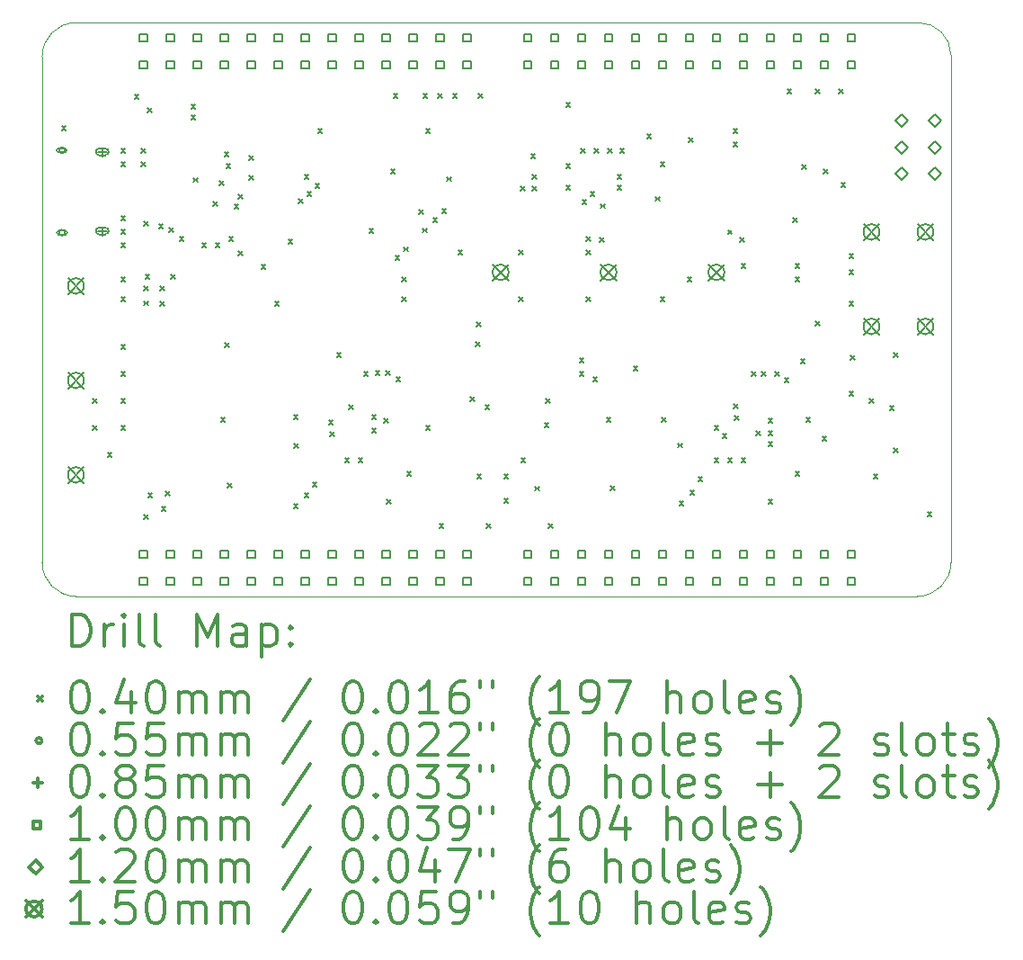
<source format=gbr>
%FSLAX45Y45*%
G04 Gerber Fmt 4.5, Leading zero omitted, Abs format (unit mm)*
G04 Created by KiCad (PCBNEW (5.1.9)-1) date 2021-02-23 10:59:06*
%MOMM*%
%LPD*%
G01*
G04 APERTURE LIST*
%TA.AperFunction,Profile*%
%ADD10C,0.050000*%
%TD*%
%ADD11C,0.200000*%
%ADD12C,0.300000*%
G04 APERTURE END LIST*
D10*
X12319000Y-4318000D02*
G75*
G02*
X12624000Y-4623000I0J-305000D01*
G01*
X4381500Y-9715500D02*
G75*
G02*
X4064000Y-9398000I0J317500D01*
G01*
X4064000Y-4635500D02*
G75*
G02*
X4381500Y-4318000I317500J0D01*
G01*
X12624000Y-9398000D02*
G75*
G02*
X12306500Y-9715500I-317500J0D01*
G01*
X12624000Y-4623000D02*
X12624000Y-9398000D01*
X4064000Y-4635500D02*
X4064000Y-9398000D01*
X4381500Y-9715500D02*
X12306500Y-9715500D01*
X4381500Y-4318000D02*
X12319000Y-4318000D01*
D11*
X4247200Y-5288600D02*
X4287200Y-5328600D01*
X4287200Y-5288600D02*
X4247200Y-5328600D01*
X4539300Y-7854000D02*
X4579300Y-7894000D01*
X4579300Y-7854000D02*
X4539300Y-7894000D01*
X4539300Y-8108000D02*
X4579300Y-8148000D01*
X4579300Y-8108000D02*
X4539300Y-8148000D01*
X4679000Y-8362000D02*
X4719000Y-8402000D01*
X4719000Y-8362000D02*
X4679000Y-8402000D01*
X4806000Y-5504500D02*
X4846000Y-5544500D01*
X4846000Y-5504500D02*
X4806000Y-5544500D01*
X4806000Y-5631500D02*
X4846000Y-5671500D01*
X4846000Y-5631500D02*
X4806000Y-5671500D01*
X4806000Y-6139500D02*
X4846000Y-6179500D01*
X4846000Y-6139500D02*
X4806000Y-6179500D01*
X4806000Y-6266500D02*
X4846000Y-6306500D01*
X4846000Y-6266500D02*
X4806000Y-6306500D01*
X4806000Y-6393500D02*
X4846000Y-6433500D01*
X4846000Y-6393500D02*
X4806000Y-6433500D01*
X4806000Y-6711000D02*
X4846000Y-6751000D01*
X4846000Y-6711000D02*
X4806000Y-6751000D01*
X4806000Y-6901500D02*
X4846000Y-6941500D01*
X4846000Y-6901500D02*
X4806000Y-6941500D01*
X4806000Y-7346000D02*
X4846000Y-7386000D01*
X4846000Y-7346000D02*
X4806000Y-7386000D01*
X4806000Y-7600000D02*
X4846000Y-7640000D01*
X4846000Y-7600000D02*
X4806000Y-7640000D01*
X4806000Y-7854000D02*
X4846000Y-7894000D01*
X4846000Y-7854000D02*
X4806000Y-7894000D01*
X4806000Y-8108000D02*
X4846000Y-8148000D01*
X4846000Y-8108000D02*
X4806000Y-8148000D01*
X4933000Y-4996500D02*
X4973000Y-5036500D01*
X4973000Y-4996500D02*
X4933000Y-5036500D01*
X4996500Y-5504500D02*
X5036500Y-5544500D01*
X5036500Y-5504500D02*
X4996500Y-5544500D01*
X4996500Y-5631500D02*
X5036500Y-5671500D01*
X5036500Y-5631500D02*
X4996500Y-5671500D01*
X5021900Y-6190300D02*
X5061900Y-6230300D01*
X5061900Y-6190300D02*
X5021900Y-6230300D01*
X5021900Y-6799900D02*
X5061900Y-6839900D01*
X5061900Y-6799900D02*
X5021900Y-6839900D01*
X5021900Y-6938499D02*
X5061900Y-6978499D01*
X5061900Y-6938499D02*
X5021900Y-6978499D01*
X5021900Y-8946200D02*
X5061900Y-8986200D01*
X5061900Y-8946200D02*
X5021900Y-8986200D01*
X5034600Y-6685600D02*
X5074600Y-6725600D01*
X5074600Y-6685600D02*
X5034600Y-6725600D01*
X5056000Y-5123500D02*
X5096000Y-5163500D01*
X5096000Y-5123500D02*
X5056000Y-5163500D01*
X5060000Y-8743000D02*
X5100000Y-8783000D01*
X5100000Y-8743000D02*
X5060000Y-8783000D01*
X5161600Y-6215700D02*
X5201600Y-6255700D01*
X5201600Y-6215700D02*
X5161600Y-6255700D01*
X5174300Y-6799900D02*
X5214300Y-6839900D01*
X5214300Y-6799900D02*
X5174300Y-6839900D01*
X5174300Y-6939600D02*
X5214300Y-6979600D01*
X5214300Y-6939600D02*
X5174300Y-6979600D01*
X5187000Y-8870000D02*
X5227000Y-8910000D01*
X5227000Y-8870000D02*
X5187000Y-8910000D01*
X5225100Y-8730300D02*
X5265100Y-8770300D01*
X5265100Y-8730300D02*
X5225100Y-8770300D01*
X5259200Y-6249800D02*
X5299200Y-6289800D01*
X5299200Y-6249800D02*
X5259200Y-6289800D01*
X5275900Y-6685600D02*
X5315900Y-6725600D01*
X5315900Y-6685600D02*
X5275900Y-6725600D01*
X5357247Y-6330734D02*
X5397247Y-6370734D01*
X5397247Y-6330734D02*
X5357247Y-6370734D01*
X5466400Y-5085400D02*
X5506400Y-5125400D01*
X5506400Y-5085400D02*
X5466400Y-5125400D01*
X5466400Y-5187000D02*
X5506400Y-5227000D01*
X5506400Y-5187000D02*
X5466400Y-5227000D01*
X5486270Y-5776730D02*
X5526270Y-5816730D01*
X5526270Y-5776730D02*
X5486270Y-5816730D01*
X5568000Y-6393500D02*
X5608000Y-6433500D01*
X5608000Y-6393500D02*
X5568000Y-6433500D01*
X5676887Y-6000739D02*
X5716887Y-6040739D01*
X5716887Y-6000739D02*
X5676887Y-6040739D01*
X5695844Y-6393497D02*
X5735844Y-6433497D01*
X5735844Y-6393497D02*
X5695844Y-6433497D01*
X5733100Y-5809300D02*
X5773100Y-5849300D01*
X5773100Y-5809300D02*
X5733100Y-5849300D01*
X5745800Y-8031800D02*
X5785800Y-8071800D01*
X5785800Y-8031800D02*
X5745800Y-8071800D01*
X5779899Y-5536002D02*
X5819899Y-5576002D01*
X5819899Y-5536002D02*
X5779899Y-5576002D01*
X5783900Y-7333300D02*
X5823900Y-7373300D01*
X5823900Y-7333300D02*
X5783900Y-7373300D01*
X5796600Y-5644200D02*
X5836600Y-5684200D01*
X5836600Y-5644200D02*
X5796600Y-5684200D01*
X5809300Y-8654100D02*
X5849300Y-8694100D01*
X5849300Y-8654100D02*
X5809300Y-8694100D01*
X5822000Y-6330002D02*
X5862000Y-6370002D01*
X5862000Y-6330002D02*
X5822000Y-6370002D01*
X5872800Y-6025200D02*
X5912800Y-6065200D01*
X5912800Y-6025200D02*
X5872800Y-6065200D01*
X5910900Y-5936301D02*
X5950900Y-5976301D01*
X5950900Y-5936301D02*
X5910900Y-5976301D01*
X5910900Y-6469700D02*
X5950900Y-6509700D01*
X5950900Y-6469700D02*
X5910900Y-6509700D01*
X6012500Y-5568000D02*
X6052500Y-5608000D01*
X6052500Y-5568000D02*
X6012500Y-5608000D01*
X6012500Y-5758500D02*
X6052500Y-5798500D01*
X6052500Y-5758500D02*
X6012500Y-5798500D01*
X6126800Y-6596700D02*
X6166800Y-6636700D01*
X6166800Y-6596700D02*
X6126800Y-6636700D01*
X6253800Y-6939600D02*
X6293800Y-6979600D01*
X6293800Y-6939600D02*
X6253800Y-6979600D01*
X6380800Y-6355400D02*
X6420800Y-6395400D01*
X6420800Y-6355400D02*
X6380800Y-6395400D01*
X6431600Y-8006400D02*
X6471600Y-8046400D01*
X6471600Y-8006400D02*
X6431600Y-8046400D01*
X6431600Y-8844600D02*
X6471600Y-8884600D01*
X6471600Y-8844600D02*
X6431600Y-8884600D01*
X6436675Y-8278175D02*
X6476675Y-8318175D01*
X6476675Y-8278175D02*
X6436675Y-8318175D01*
X6480412Y-5978401D02*
X6520412Y-6018401D01*
X6520412Y-5978401D02*
X6480412Y-6018401D01*
X6533200Y-5745800D02*
X6573200Y-5785800D01*
X6573200Y-5745800D02*
X6533200Y-5785800D01*
X6533200Y-8743000D02*
X6573200Y-8783000D01*
X6573200Y-8743000D02*
X6533200Y-8783000D01*
X6558600Y-5910900D02*
X6598600Y-5950900D01*
X6598600Y-5910900D02*
X6558600Y-5950900D01*
X6609400Y-8641400D02*
X6649400Y-8681400D01*
X6649400Y-8641400D02*
X6609400Y-8681400D01*
X6634800Y-5834700D02*
X6674800Y-5874700D01*
X6674800Y-5834700D02*
X6634800Y-5874700D01*
X6660200Y-5314000D02*
X6700200Y-5354000D01*
X6700200Y-5314000D02*
X6660200Y-5354000D01*
X6761800Y-8057200D02*
X6801800Y-8097200D01*
X6801800Y-8057200D02*
X6761800Y-8097200D01*
X6774500Y-8171500D02*
X6814500Y-8211500D01*
X6814500Y-8171500D02*
X6774500Y-8211500D01*
X6838000Y-7422200D02*
X6878000Y-7462200D01*
X6878000Y-7422200D02*
X6838000Y-7462200D01*
X6914200Y-8412800D02*
X6954200Y-8452800D01*
X6954200Y-8412800D02*
X6914200Y-8452800D01*
X6953500Y-7916300D02*
X6993500Y-7956300D01*
X6993500Y-7916300D02*
X6953500Y-7956300D01*
X7041200Y-8412800D02*
X7081200Y-8452800D01*
X7081200Y-8412800D02*
X7041200Y-8452800D01*
X7092000Y-7600000D02*
X7132000Y-7640000D01*
X7132000Y-7600000D02*
X7092000Y-7640000D01*
X7142800Y-6253800D02*
X7182800Y-6293800D01*
X7182800Y-6253800D02*
X7142800Y-6293800D01*
X7168200Y-8006400D02*
X7208200Y-8046400D01*
X7208200Y-8006400D02*
X7168200Y-8046400D01*
X7168200Y-8133400D02*
X7208200Y-8173400D01*
X7208200Y-8133400D02*
X7168200Y-8173400D01*
X7203500Y-7591301D02*
X7243500Y-7631301D01*
X7243500Y-7591301D02*
X7203500Y-7631301D01*
X7282500Y-8044500D02*
X7322500Y-8084500D01*
X7322500Y-8044500D02*
X7282500Y-8084500D01*
X7300569Y-7592848D02*
X7340569Y-7632848D01*
X7340569Y-7592848D02*
X7300569Y-7632848D01*
X7307900Y-8806500D02*
X7347900Y-8846500D01*
X7347900Y-8806500D02*
X7307900Y-8846500D01*
X7346000Y-5695000D02*
X7386000Y-5735000D01*
X7386000Y-5695000D02*
X7346000Y-5735000D01*
X7371400Y-4983800D02*
X7411400Y-5023800D01*
X7411400Y-4983800D02*
X7371400Y-5023800D01*
X7388400Y-6512100D02*
X7428400Y-6552100D01*
X7428400Y-6512100D02*
X7388400Y-6552100D01*
X7396800Y-7650801D02*
X7436800Y-7690801D01*
X7436800Y-7650801D02*
X7396800Y-7690801D01*
X7452680Y-6711000D02*
X7492680Y-6751000D01*
X7492680Y-6711000D02*
X7452680Y-6751000D01*
X7452680Y-6901500D02*
X7492680Y-6941500D01*
X7492680Y-6901500D02*
X7452680Y-6941500D01*
X7470950Y-6429550D02*
X7510950Y-6469550D01*
X7510950Y-6429550D02*
X7470950Y-6469550D01*
X7498400Y-8539800D02*
X7538400Y-8579800D01*
X7538400Y-8539800D02*
X7498400Y-8579800D01*
X7612700Y-6076000D02*
X7652700Y-6116000D01*
X7652700Y-6076000D02*
X7612700Y-6116000D01*
X7648750Y-6251750D02*
X7688750Y-6291750D01*
X7688750Y-6251750D02*
X7648750Y-6291750D01*
X7650800Y-4983800D02*
X7690800Y-5023800D01*
X7690800Y-4983800D02*
X7650800Y-5023800D01*
X7676200Y-5314000D02*
X7716200Y-5354000D01*
X7716200Y-5314000D02*
X7676200Y-5354000D01*
X7676200Y-8108000D02*
X7716200Y-8148000D01*
X7716200Y-8108000D02*
X7676200Y-8148000D01*
X7744000Y-6156500D02*
X7784000Y-6196500D01*
X7784000Y-6156500D02*
X7744000Y-6196500D01*
X7790500Y-4983800D02*
X7830500Y-5023800D01*
X7830500Y-4983800D02*
X7790500Y-5023800D01*
X7803200Y-9035100D02*
X7843200Y-9075100D01*
X7843200Y-9035100D02*
X7803200Y-9075100D01*
X7828598Y-6071901D02*
X7868598Y-6111901D01*
X7868598Y-6071901D02*
X7828598Y-6111901D01*
X7876999Y-5769500D02*
X7916999Y-5809500D01*
X7916999Y-5769500D02*
X7876999Y-5809500D01*
X7930200Y-4983800D02*
X7970200Y-5023800D01*
X7970200Y-4983800D02*
X7930200Y-5023800D01*
X7981000Y-6457000D02*
X8021000Y-6497000D01*
X8021000Y-6457000D02*
X7981000Y-6497000D01*
X8095300Y-7841300D02*
X8135300Y-7881300D01*
X8135300Y-7841300D02*
X8095300Y-7881300D01*
X8146101Y-7320600D02*
X8186101Y-7360600D01*
X8186101Y-7320600D02*
X8146101Y-7360600D01*
X8152450Y-7136450D02*
X8192450Y-7176450D01*
X8192450Y-7136450D02*
X8152450Y-7176450D01*
X8158800Y-8565199D02*
X8198800Y-8605199D01*
X8198800Y-8565199D02*
X8158800Y-8605199D01*
X8171500Y-4983800D02*
X8211500Y-5023800D01*
X8211500Y-4983800D02*
X8171500Y-5023800D01*
X8236301Y-7917500D02*
X8276301Y-7957500D01*
X8276301Y-7917500D02*
X8236301Y-7957500D01*
X8247700Y-9035100D02*
X8287700Y-9075100D01*
X8287700Y-9035100D02*
X8247700Y-9075100D01*
X8412800Y-8565200D02*
X8452800Y-8605200D01*
X8452800Y-8565200D02*
X8412800Y-8605200D01*
X8412800Y-8793800D02*
X8452800Y-8833800D01*
X8452800Y-8793800D02*
X8412800Y-8833800D01*
X8552500Y-6457000D02*
X8592500Y-6497000D01*
X8592500Y-6457000D02*
X8552500Y-6497000D01*
X8552500Y-6901500D02*
X8592500Y-6941500D01*
X8592500Y-6901500D02*
X8552500Y-6941500D01*
X8572004Y-5860100D02*
X8612004Y-5900100D01*
X8612004Y-5860100D02*
X8572004Y-5900100D01*
X8575360Y-8412800D02*
X8615360Y-8452800D01*
X8615360Y-8412800D02*
X8575360Y-8452800D01*
X8666999Y-5556135D02*
X8706999Y-5596135D01*
X8706999Y-5556135D02*
X8666999Y-5596135D01*
X8679500Y-5749345D02*
X8719500Y-5789345D01*
X8719500Y-5749345D02*
X8679500Y-5789345D01*
X8679500Y-5860100D02*
X8719500Y-5900100D01*
X8719500Y-5860100D02*
X8679500Y-5900100D01*
X8707700Y-8682300D02*
X8747700Y-8722300D01*
X8747700Y-8682300D02*
X8707700Y-8722300D01*
X8793800Y-8082600D02*
X8833800Y-8122600D01*
X8833800Y-8082600D02*
X8793800Y-8122600D01*
X8806500Y-7854000D02*
X8846500Y-7894000D01*
X8846500Y-7854000D02*
X8806500Y-7894000D01*
X8831900Y-9035100D02*
X8871900Y-9075100D01*
X8871900Y-9035100D02*
X8831900Y-9075100D01*
X8997000Y-5072700D02*
X9037000Y-5112700D01*
X9037000Y-5072700D02*
X8997000Y-5112700D01*
X8997000Y-5644200D02*
X9037000Y-5684200D01*
X9037000Y-5644200D02*
X8997000Y-5684200D01*
X8997000Y-5847400D02*
X9037000Y-5887400D01*
X9037000Y-5847400D02*
X8997000Y-5887400D01*
X9124000Y-7473000D02*
X9164000Y-7513000D01*
X9164000Y-7473000D02*
X9124000Y-7513000D01*
X9124000Y-7600000D02*
X9164000Y-7640000D01*
X9164000Y-7600000D02*
X9124000Y-7640000D01*
X9136700Y-5504500D02*
X9176700Y-5544500D01*
X9176700Y-5504500D02*
X9136700Y-5544500D01*
X9149400Y-5987100D02*
X9189400Y-6027100D01*
X9189400Y-5987100D02*
X9149400Y-6027100D01*
X9187500Y-6330000D02*
X9227500Y-6370000D01*
X9227500Y-6330000D02*
X9187500Y-6370000D01*
X9187500Y-6457000D02*
X9227500Y-6497000D01*
X9227500Y-6457000D02*
X9187500Y-6497000D01*
X9187500Y-6901500D02*
X9227500Y-6941500D01*
X9227500Y-6901500D02*
X9187500Y-6941500D01*
X9225600Y-5910900D02*
X9265600Y-5950900D01*
X9265600Y-5910900D02*
X9225600Y-5950900D01*
X9251000Y-7650799D02*
X9291000Y-7690799D01*
X9291000Y-7650799D02*
X9251000Y-7690799D01*
X9263700Y-5504500D02*
X9303700Y-5544500D01*
X9303700Y-5504500D02*
X9263700Y-5544500D01*
X9312412Y-6343502D02*
X9352412Y-6383502D01*
X9352412Y-6343502D02*
X9312412Y-6383502D01*
X9321616Y-6022730D02*
X9361616Y-6062730D01*
X9361616Y-6022730D02*
X9321616Y-6062730D01*
X9378000Y-8031800D02*
X9418000Y-8071800D01*
X9418000Y-8031800D02*
X9378000Y-8071800D01*
X9390700Y-5504500D02*
X9430700Y-5544500D01*
X9430700Y-5504500D02*
X9390700Y-5544500D01*
X9416100Y-8679500D02*
X9456100Y-8719500D01*
X9456100Y-8679500D02*
X9416100Y-8719500D01*
X9479600Y-5745800D02*
X9519600Y-5785800D01*
X9519600Y-5745800D02*
X9479600Y-5785800D01*
X9479600Y-5847400D02*
X9519600Y-5887400D01*
X9519600Y-5847400D02*
X9479600Y-5887400D01*
X9505000Y-5504500D02*
X9545000Y-5544500D01*
X9545000Y-5504500D02*
X9505000Y-5544500D01*
X9632000Y-7549200D02*
X9672000Y-7589200D01*
X9672000Y-7549200D02*
X9632000Y-7589200D01*
X9759000Y-5364800D02*
X9799000Y-5404800D01*
X9799000Y-5364800D02*
X9759000Y-5404800D01*
X9841550Y-5955350D02*
X9881550Y-5995350D01*
X9881550Y-5955350D02*
X9841550Y-5995350D01*
X9886000Y-5631500D02*
X9926000Y-5671500D01*
X9926000Y-5631500D02*
X9886000Y-5671500D01*
X9886000Y-6901500D02*
X9926000Y-6941500D01*
X9926000Y-6901500D02*
X9886000Y-6941500D01*
X9898700Y-8031800D02*
X9938700Y-8071800D01*
X9938700Y-8031800D02*
X9898700Y-8071800D01*
X10054170Y-8276169D02*
X10094170Y-8316169D01*
X10094170Y-8276169D02*
X10054170Y-8316169D01*
X10063800Y-8819200D02*
X10103800Y-8859200D01*
X10103800Y-8819200D02*
X10063800Y-8859200D01*
X10140000Y-6711000D02*
X10180000Y-6751000D01*
X10180000Y-6711000D02*
X10140000Y-6751000D01*
X10152700Y-5402900D02*
X10192700Y-5442900D01*
X10192700Y-5402900D02*
X10152700Y-5442900D01*
X10165400Y-8717600D02*
X10205400Y-8757600D01*
X10205400Y-8717600D02*
X10165400Y-8757600D01*
X10241600Y-8590600D02*
X10281600Y-8630600D01*
X10281600Y-8590600D02*
X10241600Y-8630600D01*
X10394000Y-8108000D02*
X10434000Y-8148000D01*
X10434000Y-8108000D02*
X10394000Y-8148000D01*
X10394000Y-8412800D02*
X10434000Y-8452800D01*
X10434000Y-8412800D02*
X10394000Y-8452800D01*
X10470200Y-8184200D02*
X10510200Y-8224200D01*
X10510200Y-8184200D02*
X10470200Y-8224200D01*
X10521000Y-6269431D02*
X10561000Y-6309431D01*
X10561000Y-6269431D02*
X10521000Y-6309431D01*
X10521000Y-8412800D02*
X10561000Y-8452800D01*
X10561000Y-8412800D02*
X10521000Y-8452800D01*
X10571800Y-5314000D02*
X10611800Y-5354000D01*
X10611800Y-5314000D02*
X10571800Y-5354000D01*
X10571800Y-5441000D02*
X10611800Y-5481000D01*
X10611800Y-5441000D02*
X10571800Y-5481000D01*
X10577276Y-7907368D02*
X10617276Y-7947368D01*
X10617276Y-7907368D02*
X10577276Y-7947368D01*
X10584500Y-8019100D02*
X10624500Y-8059100D01*
X10624500Y-8019100D02*
X10584500Y-8059100D01*
X10637254Y-6340746D02*
X10677254Y-6380746D01*
X10677254Y-6340746D02*
X10637254Y-6380746D01*
X10648000Y-6584000D02*
X10688000Y-6624000D01*
X10688000Y-6584000D02*
X10648000Y-6624000D01*
X10648000Y-8412800D02*
X10688000Y-8452800D01*
X10688000Y-8412800D02*
X10648000Y-8452800D01*
X10743500Y-7600000D02*
X10783500Y-7640000D01*
X10783500Y-7600000D02*
X10743500Y-7640000D01*
X10787700Y-8158800D02*
X10827700Y-8198800D01*
X10827700Y-8158800D02*
X10787700Y-8198800D01*
X10838500Y-7600000D02*
X10878500Y-7640000D01*
X10878500Y-7600000D02*
X10838500Y-7640000D01*
X10902000Y-8044500D02*
X10942000Y-8084500D01*
X10942000Y-8044500D02*
X10902000Y-8084500D01*
X10902000Y-8158800D02*
X10942000Y-8198800D01*
X10942000Y-8158800D02*
X10902000Y-8198800D01*
X10902000Y-8260400D02*
X10942000Y-8300400D01*
X10942000Y-8260400D02*
X10902000Y-8300400D01*
X10902000Y-8806500D02*
X10942000Y-8846500D01*
X10942000Y-8806500D02*
X10902000Y-8846500D01*
X10965500Y-7600000D02*
X11005500Y-7640000D01*
X11005500Y-7600000D02*
X10965500Y-7640000D01*
X11054400Y-7659499D02*
X11094400Y-7699499D01*
X11094400Y-7659499D02*
X11054400Y-7699499D01*
X11079800Y-4945700D02*
X11119800Y-4985700D01*
X11119800Y-4945700D02*
X11079800Y-4985700D01*
X11134900Y-6156500D02*
X11174900Y-6196500D01*
X11174900Y-6156500D02*
X11134900Y-6196500D01*
X11156000Y-6584000D02*
X11196000Y-6624000D01*
X11196000Y-6584000D02*
X11156000Y-6624000D01*
X11156000Y-6711000D02*
X11196000Y-6751000D01*
X11196000Y-6711000D02*
X11156000Y-6751000D01*
X11156000Y-8539800D02*
X11196000Y-8579800D01*
X11196000Y-8539800D02*
X11156000Y-8579800D01*
X11206800Y-7485700D02*
X11246800Y-7525700D01*
X11246800Y-7485700D02*
X11206800Y-7525700D01*
X11219500Y-5656900D02*
X11259500Y-5696900D01*
X11259500Y-5656900D02*
X11219500Y-5696900D01*
X11257600Y-8031800D02*
X11297600Y-8071800D01*
X11297600Y-8031800D02*
X11257600Y-8071800D01*
X11346500Y-4945700D02*
X11386500Y-4985700D01*
X11386500Y-4945700D02*
X11346500Y-4985700D01*
X11346500Y-7130100D02*
X11386500Y-7170100D01*
X11386500Y-7130100D02*
X11346500Y-7170100D01*
X11410000Y-8209600D02*
X11450000Y-8249600D01*
X11450000Y-8209600D02*
X11410000Y-8249600D01*
X11422700Y-5695000D02*
X11462700Y-5735000D01*
X11462700Y-5695000D02*
X11422700Y-5735000D01*
X11568750Y-4945700D02*
X11608750Y-4985700D01*
X11608750Y-4945700D02*
X11568750Y-4985700D01*
X11587800Y-5822000D02*
X11627800Y-5862000D01*
X11627800Y-5822000D02*
X11587800Y-5862000D01*
X11664000Y-6495100D02*
X11704000Y-6535100D01*
X11704000Y-6495100D02*
X11664000Y-6535100D01*
X11664000Y-6647500D02*
X11704000Y-6687500D01*
X11704000Y-6647500D02*
X11664000Y-6687500D01*
X11664000Y-6939600D02*
X11704000Y-6979600D01*
X11704000Y-6939600D02*
X11664000Y-6979600D01*
X11664000Y-7790500D02*
X11704000Y-7830500D01*
X11704000Y-7790500D02*
X11664000Y-7830500D01*
X11677981Y-7451950D02*
X11717981Y-7491950D01*
X11717981Y-7451950D02*
X11677981Y-7491950D01*
X11854500Y-7854000D02*
X11894500Y-7894000D01*
X11894500Y-7854000D02*
X11854500Y-7894000D01*
X11892600Y-8565200D02*
X11932600Y-8605200D01*
X11932600Y-8565200D02*
X11892600Y-8605200D01*
X12045000Y-7921500D02*
X12085000Y-7961500D01*
X12085000Y-7921500D02*
X12045000Y-7961500D01*
X12083100Y-7422200D02*
X12123100Y-7462200D01*
X12123100Y-7422200D02*
X12083100Y-7462200D01*
X12083100Y-8323900D02*
X12123100Y-8363900D01*
X12123100Y-8323900D02*
X12083100Y-8363900D01*
X12400600Y-8920800D02*
X12440600Y-8960800D01*
X12440600Y-8920800D02*
X12400600Y-8960800D01*
X4277500Y-5518000D02*
G75*
G03*
X4277500Y-5518000I-27500J0D01*
G01*
X4282500Y-5500500D02*
X4217500Y-5500500D01*
X4282500Y-5535500D02*
X4217500Y-5535500D01*
X4217500Y-5500500D02*
G75*
G03*
X4217500Y-5535500I0J-17500D01*
G01*
X4282500Y-5535500D02*
G75*
G03*
X4282500Y-5500500I0J17500D01*
G01*
X4277500Y-6293000D02*
G75*
G03*
X4277500Y-6293000I-27500J0D01*
G01*
X4282500Y-6275500D02*
X4217500Y-6275500D01*
X4282500Y-6310500D02*
X4217500Y-6310500D01*
X4217500Y-6275500D02*
G75*
G03*
X4217500Y-6310500I0J-17500D01*
G01*
X4282500Y-6310500D02*
G75*
G03*
X4282500Y-6275500I0J17500D01*
G01*
X4630000Y-5490500D02*
X4630000Y-5575500D01*
X4587500Y-5533000D02*
X4672500Y-5533000D01*
X4657500Y-5500500D02*
X4602500Y-5500500D01*
X4657500Y-5565500D02*
X4602500Y-5565500D01*
X4602500Y-5500500D02*
G75*
G03*
X4602500Y-5565500I0J-32500D01*
G01*
X4657500Y-5565500D02*
G75*
G03*
X4657500Y-5500500I0J32500D01*
G01*
X4630000Y-6235500D02*
X4630000Y-6320500D01*
X4587500Y-6278000D02*
X4672500Y-6278000D01*
X4657500Y-6245500D02*
X4602500Y-6245500D01*
X4657500Y-6310500D02*
X4602500Y-6310500D01*
X4602500Y-6245500D02*
G75*
G03*
X4602500Y-6310500I0J-32500D01*
G01*
X4657500Y-6310500D02*
G75*
G03*
X4657500Y-6245500I0J32500D01*
G01*
X5051856Y-4493056D02*
X5051856Y-4422344D01*
X4981144Y-4422344D01*
X4981144Y-4493056D01*
X5051856Y-4493056D01*
X5051856Y-4747056D02*
X5051856Y-4676344D01*
X4981144Y-4676344D01*
X4981144Y-4747056D01*
X5051856Y-4747056D01*
X5051856Y-9357156D02*
X5051856Y-9286444D01*
X4981144Y-9286444D01*
X4981144Y-9357156D01*
X5051856Y-9357156D01*
X5051856Y-9611156D02*
X5051856Y-9540444D01*
X4981144Y-9540444D01*
X4981144Y-9611156D01*
X5051856Y-9611156D01*
X5305856Y-4493056D02*
X5305856Y-4422344D01*
X5235144Y-4422344D01*
X5235144Y-4493056D01*
X5305856Y-4493056D01*
X5305856Y-4747056D02*
X5305856Y-4676344D01*
X5235144Y-4676344D01*
X5235144Y-4747056D01*
X5305856Y-4747056D01*
X5305856Y-9357156D02*
X5305856Y-9286444D01*
X5235144Y-9286444D01*
X5235144Y-9357156D01*
X5305856Y-9357156D01*
X5305856Y-9611156D02*
X5305856Y-9540444D01*
X5235144Y-9540444D01*
X5235144Y-9611156D01*
X5305856Y-9611156D01*
X5559856Y-4493056D02*
X5559856Y-4422344D01*
X5489144Y-4422344D01*
X5489144Y-4493056D01*
X5559856Y-4493056D01*
X5559856Y-4747056D02*
X5559856Y-4676344D01*
X5489144Y-4676344D01*
X5489144Y-4747056D01*
X5559856Y-4747056D01*
X5559856Y-9357156D02*
X5559856Y-9286444D01*
X5489144Y-9286444D01*
X5489144Y-9357156D01*
X5559856Y-9357156D01*
X5559856Y-9611156D02*
X5559856Y-9540444D01*
X5489144Y-9540444D01*
X5489144Y-9611156D01*
X5559856Y-9611156D01*
X5813856Y-4493056D02*
X5813856Y-4422344D01*
X5743144Y-4422344D01*
X5743144Y-4493056D01*
X5813856Y-4493056D01*
X5813856Y-4747056D02*
X5813856Y-4676344D01*
X5743144Y-4676344D01*
X5743144Y-4747056D01*
X5813856Y-4747056D01*
X5813856Y-9357156D02*
X5813856Y-9286444D01*
X5743144Y-9286444D01*
X5743144Y-9357156D01*
X5813856Y-9357156D01*
X5813856Y-9611156D02*
X5813856Y-9540444D01*
X5743144Y-9540444D01*
X5743144Y-9611156D01*
X5813856Y-9611156D01*
X6067856Y-4493056D02*
X6067856Y-4422344D01*
X5997144Y-4422344D01*
X5997144Y-4493056D01*
X6067856Y-4493056D01*
X6067856Y-4747056D02*
X6067856Y-4676344D01*
X5997144Y-4676344D01*
X5997144Y-4747056D01*
X6067856Y-4747056D01*
X6067856Y-9357156D02*
X6067856Y-9286444D01*
X5997144Y-9286444D01*
X5997144Y-9357156D01*
X6067856Y-9357156D01*
X6067856Y-9611156D02*
X6067856Y-9540444D01*
X5997144Y-9540444D01*
X5997144Y-9611156D01*
X6067856Y-9611156D01*
X6321856Y-4493056D02*
X6321856Y-4422344D01*
X6251144Y-4422344D01*
X6251144Y-4493056D01*
X6321856Y-4493056D01*
X6321856Y-4747056D02*
X6321856Y-4676344D01*
X6251144Y-4676344D01*
X6251144Y-4747056D01*
X6321856Y-4747056D01*
X6321856Y-9357156D02*
X6321856Y-9286444D01*
X6251144Y-9286444D01*
X6251144Y-9357156D01*
X6321856Y-9357156D01*
X6321856Y-9611156D02*
X6321856Y-9540444D01*
X6251144Y-9540444D01*
X6251144Y-9611156D01*
X6321856Y-9611156D01*
X6575856Y-4493056D02*
X6575856Y-4422344D01*
X6505144Y-4422344D01*
X6505144Y-4493056D01*
X6575856Y-4493056D01*
X6575856Y-4747056D02*
X6575856Y-4676344D01*
X6505144Y-4676344D01*
X6505144Y-4747056D01*
X6575856Y-4747056D01*
X6575856Y-9357156D02*
X6575856Y-9286444D01*
X6505144Y-9286444D01*
X6505144Y-9357156D01*
X6575856Y-9357156D01*
X6575856Y-9611156D02*
X6575856Y-9540444D01*
X6505144Y-9540444D01*
X6505144Y-9611156D01*
X6575856Y-9611156D01*
X6829856Y-4493056D02*
X6829856Y-4422344D01*
X6759144Y-4422344D01*
X6759144Y-4493056D01*
X6829856Y-4493056D01*
X6829856Y-4747056D02*
X6829856Y-4676344D01*
X6759144Y-4676344D01*
X6759144Y-4747056D01*
X6829856Y-4747056D01*
X6829856Y-9357156D02*
X6829856Y-9286444D01*
X6759144Y-9286444D01*
X6759144Y-9357156D01*
X6829856Y-9357156D01*
X6829856Y-9611156D02*
X6829856Y-9540444D01*
X6759144Y-9540444D01*
X6759144Y-9611156D01*
X6829856Y-9611156D01*
X7083856Y-4493056D02*
X7083856Y-4422344D01*
X7013144Y-4422344D01*
X7013144Y-4493056D01*
X7083856Y-4493056D01*
X7083856Y-4747056D02*
X7083856Y-4676344D01*
X7013144Y-4676344D01*
X7013144Y-4747056D01*
X7083856Y-4747056D01*
X7083856Y-9357156D02*
X7083856Y-9286444D01*
X7013144Y-9286444D01*
X7013144Y-9357156D01*
X7083856Y-9357156D01*
X7083856Y-9611156D02*
X7083856Y-9540444D01*
X7013144Y-9540444D01*
X7013144Y-9611156D01*
X7083856Y-9611156D01*
X7337856Y-4493056D02*
X7337856Y-4422344D01*
X7267144Y-4422344D01*
X7267144Y-4493056D01*
X7337856Y-4493056D01*
X7337856Y-4747056D02*
X7337856Y-4676344D01*
X7267144Y-4676344D01*
X7267144Y-4747056D01*
X7337856Y-4747056D01*
X7337856Y-9357156D02*
X7337856Y-9286444D01*
X7267144Y-9286444D01*
X7267144Y-9357156D01*
X7337856Y-9357156D01*
X7337856Y-9611156D02*
X7337856Y-9540444D01*
X7267144Y-9540444D01*
X7267144Y-9611156D01*
X7337856Y-9611156D01*
X7591856Y-4493056D02*
X7591856Y-4422344D01*
X7521144Y-4422344D01*
X7521144Y-4493056D01*
X7591856Y-4493056D01*
X7591856Y-4747056D02*
X7591856Y-4676344D01*
X7521144Y-4676344D01*
X7521144Y-4747056D01*
X7591856Y-4747056D01*
X7591856Y-9357156D02*
X7591856Y-9286444D01*
X7521144Y-9286444D01*
X7521144Y-9357156D01*
X7591856Y-9357156D01*
X7591856Y-9611156D02*
X7591856Y-9540444D01*
X7521144Y-9540444D01*
X7521144Y-9611156D01*
X7591856Y-9611156D01*
X7845856Y-4493056D02*
X7845856Y-4422344D01*
X7775144Y-4422344D01*
X7775144Y-4493056D01*
X7845856Y-4493056D01*
X7845856Y-4747056D02*
X7845856Y-4676344D01*
X7775144Y-4676344D01*
X7775144Y-4747056D01*
X7845856Y-4747056D01*
X7845856Y-9357156D02*
X7845856Y-9286444D01*
X7775144Y-9286444D01*
X7775144Y-9357156D01*
X7845856Y-9357156D01*
X7845856Y-9611156D02*
X7845856Y-9540444D01*
X7775144Y-9540444D01*
X7775144Y-9611156D01*
X7845856Y-9611156D01*
X8099856Y-4493056D02*
X8099856Y-4422344D01*
X8029144Y-4422344D01*
X8029144Y-4493056D01*
X8099856Y-4493056D01*
X8099856Y-4747056D02*
X8099856Y-4676344D01*
X8029144Y-4676344D01*
X8029144Y-4747056D01*
X8099856Y-4747056D01*
X8099856Y-9357156D02*
X8099856Y-9286444D01*
X8029144Y-9286444D01*
X8029144Y-9357156D01*
X8099856Y-9357156D01*
X8099856Y-9611156D02*
X8099856Y-9540444D01*
X8029144Y-9540444D01*
X8029144Y-9611156D01*
X8099856Y-9611156D01*
X8671356Y-4493056D02*
X8671356Y-4422344D01*
X8600644Y-4422344D01*
X8600644Y-4493056D01*
X8671356Y-4493056D01*
X8671356Y-4747056D02*
X8671356Y-4676344D01*
X8600644Y-4676344D01*
X8600644Y-4747056D01*
X8671356Y-4747056D01*
X8671356Y-9357156D02*
X8671356Y-9286444D01*
X8600644Y-9286444D01*
X8600644Y-9357156D01*
X8671356Y-9357156D01*
X8671356Y-9611156D02*
X8671356Y-9540444D01*
X8600644Y-9540444D01*
X8600644Y-9611156D01*
X8671356Y-9611156D01*
X8925356Y-4493056D02*
X8925356Y-4422344D01*
X8854644Y-4422344D01*
X8854644Y-4493056D01*
X8925356Y-4493056D01*
X8925356Y-4747056D02*
X8925356Y-4676344D01*
X8854644Y-4676344D01*
X8854644Y-4747056D01*
X8925356Y-4747056D01*
X8925356Y-9357156D02*
X8925356Y-9286444D01*
X8854644Y-9286444D01*
X8854644Y-9357156D01*
X8925356Y-9357156D01*
X8925356Y-9611156D02*
X8925356Y-9540444D01*
X8854644Y-9540444D01*
X8854644Y-9611156D01*
X8925356Y-9611156D01*
X9179356Y-4493056D02*
X9179356Y-4422344D01*
X9108644Y-4422344D01*
X9108644Y-4493056D01*
X9179356Y-4493056D01*
X9179356Y-4747056D02*
X9179356Y-4676344D01*
X9108644Y-4676344D01*
X9108644Y-4747056D01*
X9179356Y-4747056D01*
X9179356Y-9357156D02*
X9179356Y-9286444D01*
X9108644Y-9286444D01*
X9108644Y-9357156D01*
X9179356Y-9357156D01*
X9179356Y-9611156D02*
X9179356Y-9540444D01*
X9108644Y-9540444D01*
X9108644Y-9611156D01*
X9179356Y-9611156D01*
X9433356Y-4493056D02*
X9433356Y-4422344D01*
X9362644Y-4422344D01*
X9362644Y-4493056D01*
X9433356Y-4493056D01*
X9433356Y-4747056D02*
X9433356Y-4676344D01*
X9362644Y-4676344D01*
X9362644Y-4747056D01*
X9433356Y-4747056D01*
X9433356Y-9357156D02*
X9433356Y-9286444D01*
X9362644Y-9286444D01*
X9362644Y-9357156D01*
X9433356Y-9357156D01*
X9433356Y-9611156D02*
X9433356Y-9540444D01*
X9362644Y-9540444D01*
X9362644Y-9611156D01*
X9433356Y-9611156D01*
X9687356Y-4493056D02*
X9687356Y-4422344D01*
X9616644Y-4422344D01*
X9616644Y-4493056D01*
X9687356Y-4493056D01*
X9687356Y-4747056D02*
X9687356Y-4676344D01*
X9616644Y-4676344D01*
X9616644Y-4747056D01*
X9687356Y-4747056D01*
X9687356Y-9357156D02*
X9687356Y-9286444D01*
X9616644Y-9286444D01*
X9616644Y-9357156D01*
X9687356Y-9357156D01*
X9687356Y-9611156D02*
X9687356Y-9540444D01*
X9616644Y-9540444D01*
X9616644Y-9611156D01*
X9687356Y-9611156D01*
X9941356Y-4493056D02*
X9941356Y-4422344D01*
X9870644Y-4422344D01*
X9870644Y-4493056D01*
X9941356Y-4493056D01*
X9941356Y-4747056D02*
X9941356Y-4676344D01*
X9870644Y-4676344D01*
X9870644Y-4747056D01*
X9941356Y-4747056D01*
X9941356Y-9357156D02*
X9941356Y-9286444D01*
X9870644Y-9286444D01*
X9870644Y-9357156D01*
X9941356Y-9357156D01*
X9941356Y-9611156D02*
X9941356Y-9540444D01*
X9870644Y-9540444D01*
X9870644Y-9611156D01*
X9941356Y-9611156D01*
X10195356Y-4493056D02*
X10195356Y-4422344D01*
X10124644Y-4422344D01*
X10124644Y-4493056D01*
X10195356Y-4493056D01*
X10195356Y-4747056D02*
X10195356Y-4676344D01*
X10124644Y-4676344D01*
X10124644Y-4747056D01*
X10195356Y-4747056D01*
X10195356Y-9357156D02*
X10195356Y-9286444D01*
X10124644Y-9286444D01*
X10124644Y-9357156D01*
X10195356Y-9357156D01*
X10195356Y-9611156D02*
X10195356Y-9540444D01*
X10124644Y-9540444D01*
X10124644Y-9611156D01*
X10195356Y-9611156D01*
X10449356Y-4493056D02*
X10449356Y-4422344D01*
X10378644Y-4422344D01*
X10378644Y-4493056D01*
X10449356Y-4493056D01*
X10449356Y-4747056D02*
X10449356Y-4676344D01*
X10378644Y-4676344D01*
X10378644Y-4747056D01*
X10449356Y-4747056D01*
X10449356Y-9357156D02*
X10449356Y-9286444D01*
X10378644Y-9286444D01*
X10378644Y-9357156D01*
X10449356Y-9357156D01*
X10449356Y-9611156D02*
X10449356Y-9540444D01*
X10378644Y-9540444D01*
X10378644Y-9611156D01*
X10449356Y-9611156D01*
X10703356Y-4493056D02*
X10703356Y-4422344D01*
X10632644Y-4422344D01*
X10632644Y-4493056D01*
X10703356Y-4493056D01*
X10703356Y-4747056D02*
X10703356Y-4676344D01*
X10632644Y-4676344D01*
X10632644Y-4747056D01*
X10703356Y-4747056D01*
X10703356Y-9357156D02*
X10703356Y-9286444D01*
X10632644Y-9286444D01*
X10632644Y-9357156D01*
X10703356Y-9357156D01*
X10703356Y-9611156D02*
X10703356Y-9540444D01*
X10632644Y-9540444D01*
X10632644Y-9611156D01*
X10703356Y-9611156D01*
X10957356Y-4493056D02*
X10957356Y-4422344D01*
X10886644Y-4422344D01*
X10886644Y-4493056D01*
X10957356Y-4493056D01*
X10957356Y-4747056D02*
X10957356Y-4676344D01*
X10886644Y-4676344D01*
X10886644Y-4747056D01*
X10957356Y-4747056D01*
X10957356Y-9357156D02*
X10957356Y-9286444D01*
X10886644Y-9286444D01*
X10886644Y-9357156D01*
X10957356Y-9357156D01*
X10957356Y-9611156D02*
X10957356Y-9540444D01*
X10886644Y-9540444D01*
X10886644Y-9611156D01*
X10957356Y-9611156D01*
X11211356Y-4493056D02*
X11211356Y-4422344D01*
X11140644Y-4422344D01*
X11140644Y-4493056D01*
X11211356Y-4493056D01*
X11211356Y-4747056D02*
X11211356Y-4676344D01*
X11140644Y-4676344D01*
X11140644Y-4747056D01*
X11211356Y-4747056D01*
X11211356Y-9357156D02*
X11211356Y-9286444D01*
X11140644Y-9286444D01*
X11140644Y-9357156D01*
X11211356Y-9357156D01*
X11211356Y-9611156D02*
X11211356Y-9540444D01*
X11140644Y-9540444D01*
X11140644Y-9611156D01*
X11211356Y-9611156D01*
X11465356Y-4493056D02*
X11465356Y-4422344D01*
X11394644Y-4422344D01*
X11394644Y-4493056D01*
X11465356Y-4493056D01*
X11465356Y-4747056D02*
X11465356Y-4676344D01*
X11394644Y-4676344D01*
X11394644Y-4747056D01*
X11465356Y-4747056D01*
X11465356Y-9357156D02*
X11465356Y-9286444D01*
X11394644Y-9286444D01*
X11394644Y-9357156D01*
X11465356Y-9357156D01*
X11465356Y-9611156D02*
X11465356Y-9540444D01*
X11394644Y-9540444D01*
X11394644Y-9611156D01*
X11465356Y-9611156D01*
X11719356Y-4493056D02*
X11719356Y-4422344D01*
X11648644Y-4422344D01*
X11648644Y-4493056D01*
X11719356Y-4493056D01*
X11719356Y-4747056D02*
X11719356Y-4676344D01*
X11648644Y-4676344D01*
X11648644Y-4747056D01*
X11719356Y-4747056D01*
X11719356Y-9357156D02*
X11719356Y-9286444D01*
X11648644Y-9286444D01*
X11648644Y-9357156D01*
X11719356Y-9357156D01*
X11719356Y-9611156D02*
X11719356Y-9540444D01*
X11648644Y-9540444D01*
X11648644Y-9611156D01*
X11719356Y-9611156D01*
X12161400Y-5300400D02*
X12221400Y-5240400D01*
X12161400Y-5180400D01*
X12101400Y-5240400D01*
X12161400Y-5300400D01*
X12161400Y-5550400D02*
X12221400Y-5490400D01*
X12161400Y-5430400D01*
X12101400Y-5490400D01*
X12161400Y-5550400D01*
X12161400Y-5800400D02*
X12221400Y-5740400D01*
X12161400Y-5680400D01*
X12101400Y-5740400D01*
X12161400Y-5800400D01*
X12471400Y-5300400D02*
X12531400Y-5240400D01*
X12471400Y-5180400D01*
X12411400Y-5240400D01*
X12471400Y-5300400D01*
X12471400Y-5550400D02*
X12531400Y-5490400D01*
X12471400Y-5430400D01*
X12411400Y-5490400D01*
X12471400Y-5550400D01*
X12471400Y-5800400D02*
X12531400Y-5740400D01*
X12471400Y-5680400D01*
X12411400Y-5740400D01*
X12471400Y-5800400D01*
X4306500Y-6719500D02*
X4456500Y-6869500D01*
X4456500Y-6719500D02*
X4306500Y-6869500D01*
X4456500Y-6794500D02*
G75*
G03*
X4456500Y-6794500I-75000J0D01*
G01*
X4306500Y-7608500D02*
X4456500Y-7758500D01*
X4456500Y-7608500D02*
X4306500Y-7758500D01*
X4456500Y-7683500D02*
G75*
G03*
X4456500Y-7683500I-75000J0D01*
G01*
X4306500Y-8497500D02*
X4456500Y-8647500D01*
X4456500Y-8497500D02*
X4306500Y-8647500D01*
X4456500Y-8572500D02*
G75*
G03*
X4456500Y-8572500I-75000J0D01*
G01*
X8307000Y-6592500D02*
X8457000Y-6742500D01*
X8457000Y-6592500D02*
X8307000Y-6742500D01*
X8457000Y-6667500D02*
G75*
G03*
X8457000Y-6667500I-75000J0D01*
G01*
X9323000Y-6592500D02*
X9473000Y-6742500D01*
X9473000Y-6592500D02*
X9323000Y-6742500D01*
X9473000Y-6667500D02*
G75*
G03*
X9473000Y-6667500I-75000J0D01*
G01*
X10339000Y-6592500D02*
X10489000Y-6742500D01*
X10489000Y-6592500D02*
X10339000Y-6742500D01*
X10489000Y-6667500D02*
G75*
G03*
X10489000Y-6667500I-75000J0D01*
G01*
X11799500Y-6211500D02*
X11949500Y-6361500D01*
X11949500Y-6211500D02*
X11799500Y-6361500D01*
X11949500Y-6286500D02*
G75*
G03*
X11949500Y-6286500I-75000J0D01*
G01*
X11799500Y-7100500D02*
X11949500Y-7250500D01*
X11949500Y-7100500D02*
X11799500Y-7250500D01*
X11949500Y-7175500D02*
G75*
G03*
X11949500Y-7175500I-75000J0D01*
G01*
X12307500Y-6211500D02*
X12457500Y-6361500D01*
X12457500Y-6211500D02*
X12307500Y-6361500D01*
X12457500Y-6286500D02*
G75*
G03*
X12457500Y-6286500I-75000J0D01*
G01*
X12307500Y-7100500D02*
X12457500Y-7250500D01*
X12457500Y-7100500D02*
X12307500Y-7250500D01*
X12457500Y-7175500D02*
G75*
G03*
X12457500Y-7175500I-75000J0D01*
G01*
D12*
X4347928Y-10183714D02*
X4347928Y-9883714D01*
X4419357Y-9883714D01*
X4462214Y-9898000D01*
X4490786Y-9926572D01*
X4505071Y-9955143D01*
X4519357Y-10012286D01*
X4519357Y-10055143D01*
X4505071Y-10112286D01*
X4490786Y-10140857D01*
X4462214Y-10169429D01*
X4419357Y-10183714D01*
X4347928Y-10183714D01*
X4647928Y-10183714D02*
X4647928Y-9983714D01*
X4647928Y-10040857D02*
X4662214Y-10012286D01*
X4676500Y-9998000D01*
X4705071Y-9983714D01*
X4733643Y-9983714D01*
X4833643Y-10183714D02*
X4833643Y-9983714D01*
X4833643Y-9883714D02*
X4819357Y-9898000D01*
X4833643Y-9912286D01*
X4847928Y-9898000D01*
X4833643Y-9883714D01*
X4833643Y-9912286D01*
X5019357Y-10183714D02*
X4990786Y-10169429D01*
X4976500Y-10140857D01*
X4976500Y-9883714D01*
X5176500Y-10183714D02*
X5147928Y-10169429D01*
X5133643Y-10140857D01*
X5133643Y-9883714D01*
X5519357Y-10183714D02*
X5519357Y-9883714D01*
X5619357Y-10098000D01*
X5719357Y-9883714D01*
X5719357Y-10183714D01*
X5990786Y-10183714D02*
X5990786Y-10026572D01*
X5976500Y-9998000D01*
X5947928Y-9983714D01*
X5890786Y-9983714D01*
X5862214Y-9998000D01*
X5990786Y-10169429D02*
X5962214Y-10183714D01*
X5890786Y-10183714D01*
X5862214Y-10169429D01*
X5847928Y-10140857D01*
X5847928Y-10112286D01*
X5862214Y-10083714D01*
X5890786Y-10069429D01*
X5962214Y-10069429D01*
X5990786Y-10055143D01*
X6133643Y-9983714D02*
X6133643Y-10283714D01*
X6133643Y-9998000D02*
X6162214Y-9983714D01*
X6219357Y-9983714D01*
X6247928Y-9998000D01*
X6262214Y-10012286D01*
X6276500Y-10040857D01*
X6276500Y-10126572D01*
X6262214Y-10155143D01*
X6247928Y-10169429D01*
X6219357Y-10183714D01*
X6162214Y-10183714D01*
X6133643Y-10169429D01*
X6405071Y-10155143D02*
X6419357Y-10169429D01*
X6405071Y-10183714D01*
X6390786Y-10169429D01*
X6405071Y-10155143D01*
X6405071Y-10183714D01*
X6405071Y-9998000D02*
X6419357Y-10012286D01*
X6405071Y-10026572D01*
X6390786Y-10012286D01*
X6405071Y-9998000D01*
X6405071Y-10026572D01*
X4021500Y-10658000D02*
X4061500Y-10698000D01*
X4061500Y-10658000D02*
X4021500Y-10698000D01*
X4405071Y-10513714D02*
X4433643Y-10513714D01*
X4462214Y-10528000D01*
X4476500Y-10542286D01*
X4490786Y-10570857D01*
X4505071Y-10628000D01*
X4505071Y-10699429D01*
X4490786Y-10756572D01*
X4476500Y-10785143D01*
X4462214Y-10799429D01*
X4433643Y-10813714D01*
X4405071Y-10813714D01*
X4376500Y-10799429D01*
X4362214Y-10785143D01*
X4347928Y-10756572D01*
X4333643Y-10699429D01*
X4333643Y-10628000D01*
X4347928Y-10570857D01*
X4362214Y-10542286D01*
X4376500Y-10528000D01*
X4405071Y-10513714D01*
X4633643Y-10785143D02*
X4647928Y-10799429D01*
X4633643Y-10813714D01*
X4619357Y-10799429D01*
X4633643Y-10785143D01*
X4633643Y-10813714D01*
X4905071Y-10613714D02*
X4905071Y-10813714D01*
X4833643Y-10499429D02*
X4762214Y-10713714D01*
X4947928Y-10713714D01*
X5119357Y-10513714D02*
X5147928Y-10513714D01*
X5176500Y-10528000D01*
X5190786Y-10542286D01*
X5205071Y-10570857D01*
X5219357Y-10628000D01*
X5219357Y-10699429D01*
X5205071Y-10756572D01*
X5190786Y-10785143D01*
X5176500Y-10799429D01*
X5147928Y-10813714D01*
X5119357Y-10813714D01*
X5090786Y-10799429D01*
X5076500Y-10785143D01*
X5062214Y-10756572D01*
X5047928Y-10699429D01*
X5047928Y-10628000D01*
X5062214Y-10570857D01*
X5076500Y-10542286D01*
X5090786Y-10528000D01*
X5119357Y-10513714D01*
X5347928Y-10813714D02*
X5347928Y-10613714D01*
X5347928Y-10642286D02*
X5362214Y-10628000D01*
X5390786Y-10613714D01*
X5433643Y-10613714D01*
X5462214Y-10628000D01*
X5476500Y-10656572D01*
X5476500Y-10813714D01*
X5476500Y-10656572D02*
X5490786Y-10628000D01*
X5519357Y-10613714D01*
X5562214Y-10613714D01*
X5590786Y-10628000D01*
X5605071Y-10656572D01*
X5605071Y-10813714D01*
X5747928Y-10813714D02*
X5747928Y-10613714D01*
X5747928Y-10642286D02*
X5762214Y-10628000D01*
X5790786Y-10613714D01*
X5833643Y-10613714D01*
X5862214Y-10628000D01*
X5876500Y-10656572D01*
X5876500Y-10813714D01*
X5876500Y-10656572D02*
X5890786Y-10628000D01*
X5919357Y-10613714D01*
X5962214Y-10613714D01*
X5990786Y-10628000D01*
X6005071Y-10656572D01*
X6005071Y-10813714D01*
X6590786Y-10499429D02*
X6333643Y-10885143D01*
X6976500Y-10513714D02*
X7005071Y-10513714D01*
X7033643Y-10528000D01*
X7047928Y-10542286D01*
X7062214Y-10570857D01*
X7076500Y-10628000D01*
X7076500Y-10699429D01*
X7062214Y-10756572D01*
X7047928Y-10785143D01*
X7033643Y-10799429D01*
X7005071Y-10813714D01*
X6976500Y-10813714D01*
X6947928Y-10799429D01*
X6933643Y-10785143D01*
X6919357Y-10756572D01*
X6905071Y-10699429D01*
X6905071Y-10628000D01*
X6919357Y-10570857D01*
X6933643Y-10542286D01*
X6947928Y-10528000D01*
X6976500Y-10513714D01*
X7205071Y-10785143D02*
X7219357Y-10799429D01*
X7205071Y-10813714D01*
X7190786Y-10799429D01*
X7205071Y-10785143D01*
X7205071Y-10813714D01*
X7405071Y-10513714D02*
X7433643Y-10513714D01*
X7462214Y-10528000D01*
X7476500Y-10542286D01*
X7490786Y-10570857D01*
X7505071Y-10628000D01*
X7505071Y-10699429D01*
X7490786Y-10756572D01*
X7476500Y-10785143D01*
X7462214Y-10799429D01*
X7433643Y-10813714D01*
X7405071Y-10813714D01*
X7376500Y-10799429D01*
X7362214Y-10785143D01*
X7347928Y-10756572D01*
X7333643Y-10699429D01*
X7333643Y-10628000D01*
X7347928Y-10570857D01*
X7362214Y-10542286D01*
X7376500Y-10528000D01*
X7405071Y-10513714D01*
X7790786Y-10813714D02*
X7619357Y-10813714D01*
X7705071Y-10813714D02*
X7705071Y-10513714D01*
X7676500Y-10556572D01*
X7647928Y-10585143D01*
X7619357Y-10599429D01*
X8047928Y-10513714D02*
X7990786Y-10513714D01*
X7962214Y-10528000D01*
X7947928Y-10542286D01*
X7919357Y-10585143D01*
X7905071Y-10642286D01*
X7905071Y-10756572D01*
X7919357Y-10785143D01*
X7933643Y-10799429D01*
X7962214Y-10813714D01*
X8019357Y-10813714D01*
X8047928Y-10799429D01*
X8062214Y-10785143D01*
X8076500Y-10756572D01*
X8076500Y-10685143D01*
X8062214Y-10656572D01*
X8047928Y-10642286D01*
X8019357Y-10628000D01*
X7962214Y-10628000D01*
X7933643Y-10642286D01*
X7919357Y-10656572D01*
X7905071Y-10685143D01*
X8190786Y-10513714D02*
X8190786Y-10570857D01*
X8305071Y-10513714D02*
X8305071Y-10570857D01*
X8747928Y-10928000D02*
X8733643Y-10913714D01*
X8705071Y-10870857D01*
X8690786Y-10842286D01*
X8676500Y-10799429D01*
X8662214Y-10728000D01*
X8662214Y-10670857D01*
X8676500Y-10599429D01*
X8690786Y-10556572D01*
X8705071Y-10528000D01*
X8733643Y-10485143D01*
X8747928Y-10470857D01*
X9019357Y-10813714D02*
X8847928Y-10813714D01*
X8933643Y-10813714D02*
X8933643Y-10513714D01*
X8905071Y-10556572D01*
X8876500Y-10585143D01*
X8847928Y-10599429D01*
X9162214Y-10813714D02*
X9219357Y-10813714D01*
X9247928Y-10799429D01*
X9262214Y-10785143D01*
X9290786Y-10742286D01*
X9305071Y-10685143D01*
X9305071Y-10570857D01*
X9290786Y-10542286D01*
X9276500Y-10528000D01*
X9247928Y-10513714D01*
X9190786Y-10513714D01*
X9162214Y-10528000D01*
X9147928Y-10542286D01*
X9133643Y-10570857D01*
X9133643Y-10642286D01*
X9147928Y-10670857D01*
X9162214Y-10685143D01*
X9190786Y-10699429D01*
X9247928Y-10699429D01*
X9276500Y-10685143D01*
X9290786Y-10670857D01*
X9305071Y-10642286D01*
X9405071Y-10513714D02*
X9605071Y-10513714D01*
X9476500Y-10813714D01*
X9947928Y-10813714D02*
X9947928Y-10513714D01*
X10076500Y-10813714D02*
X10076500Y-10656572D01*
X10062214Y-10628000D01*
X10033643Y-10613714D01*
X9990786Y-10613714D01*
X9962214Y-10628000D01*
X9947928Y-10642286D01*
X10262214Y-10813714D02*
X10233643Y-10799429D01*
X10219357Y-10785143D01*
X10205071Y-10756572D01*
X10205071Y-10670857D01*
X10219357Y-10642286D01*
X10233643Y-10628000D01*
X10262214Y-10613714D01*
X10305071Y-10613714D01*
X10333643Y-10628000D01*
X10347928Y-10642286D01*
X10362214Y-10670857D01*
X10362214Y-10756572D01*
X10347928Y-10785143D01*
X10333643Y-10799429D01*
X10305071Y-10813714D01*
X10262214Y-10813714D01*
X10533643Y-10813714D02*
X10505071Y-10799429D01*
X10490786Y-10770857D01*
X10490786Y-10513714D01*
X10762214Y-10799429D02*
X10733643Y-10813714D01*
X10676500Y-10813714D01*
X10647928Y-10799429D01*
X10633643Y-10770857D01*
X10633643Y-10656572D01*
X10647928Y-10628000D01*
X10676500Y-10613714D01*
X10733643Y-10613714D01*
X10762214Y-10628000D01*
X10776500Y-10656572D01*
X10776500Y-10685143D01*
X10633643Y-10713714D01*
X10890786Y-10799429D02*
X10919357Y-10813714D01*
X10976500Y-10813714D01*
X11005071Y-10799429D01*
X11019357Y-10770857D01*
X11019357Y-10756572D01*
X11005071Y-10728000D01*
X10976500Y-10713714D01*
X10933643Y-10713714D01*
X10905071Y-10699429D01*
X10890786Y-10670857D01*
X10890786Y-10656572D01*
X10905071Y-10628000D01*
X10933643Y-10613714D01*
X10976500Y-10613714D01*
X11005071Y-10628000D01*
X11119357Y-10928000D02*
X11133643Y-10913714D01*
X11162214Y-10870857D01*
X11176500Y-10842286D01*
X11190786Y-10799429D01*
X11205071Y-10728000D01*
X11205071Y-10670857D01*
X11190786Y-10599429D01*
X11176500Y-10556572D01*
X11162214Y-10528000D01*
X11133643Y-10485143D01*
X11119357Y-10470857D01*
X4061500Y-11074000D02*
G75*
G03*
X4061500Y-11074000I-27500J0D01*
G01*
X4405071Y-10909714D02*
X4433643Y-10909714D01*
X4462214Y-10924000D01*
X4476500Y-10938286D01*
X4490786Y-10966857D01*
X4505071Y-11024000D01*
X4505071Y-11095429D01*
X4490786Y-11152572D01*
X4476500Y-11181143D01*
X4462214Y-11195429D01*
X4433643Y-11209714D01*
X4405071Y-11209714D01*
X4376500Y-11195429D01*
X4362214Y-11181143D01*
X4347928Y-11152572D01*
X4333643Y-11095429D01*
X4333643Y-11024000D01*
X4347928Y-10966857D01*
X4362214Y-10938286D01*
X4376500Y-10924000D01*
X4405071Y-10909714D01*
X4633643Y-11181143D02*
X4647928Y-11195429D01*
X4633643Y-11209714D01*
X4619357Y-11195429D01*
X4633643Y-11181143D01*
X4633643Y-11209714D01*
X4919357Y-10909714D02*
X4776500Y-10909714D01*
X4762214Y-11052572D01*
X4776500Y-11038286D01*
X4805071Y-11024000D01*
X4876500Y-11024000D01*
X4905071Y-11038286D01*
X4919357Y-11052572D01*
X4933643Y-11081143D01*
X4933643Y-11152572D01*
X4919357Y-11181143D01*
X4905071Y-11195429D01*
X4876500Y-11209714D01*
X4805071Y-11209714D01*
X4776500Y-11195429D01*
X4762214Y-11181143D01*
X5205071Y-10909714D02*
X5062214Y-10909714D01*
X5047928Y-11052572D01*
X5062214Y-11038286D01*
X5090786Y-11024000D01*
X5162214Y-11024000D01*
X5190786Y-11038286D01*
X5205071Y-11052572D01*
X5219357Y-11081143D01*
X5219357Y-11152572D01*
X5205071Y-11181143D01*
X5190786Y-11195429D01*
X5162214Y-11209714D01*
X5090786Y-11209714D01*
X5062214Y-11195429D01*
X5047928Y-11181143D01*
X5347928Y-11209714D02*
X5347928Y-11009714D01*
X5347928Y-11038286D02*
X5362214Y-11024000D01*
X5390786Y-11009714D01*
X5433643Y-11009714D01*
X5462214Y-11024000D01*
X5476500Y-11052572D01*
X5476500Y-11209714D01*
X5476500Y-11052572D02*
X5490786Y-11024000D01*
X5519357Y-11009714D01*
X5562214Y-11009714D01*
X5590786Y-11024000D01*
X5605071Y-11052572D01*
X5605071Y-11209714D01*
X5747928Y-11209714D02*
X5747928Y-11009714D01*
X5747928Y-11038286D02*
X5762214Y-11024000D01*
X5790786Y-11009714D01*
X5833643Y-11009714D01*
X5862214Y-11024000D01*
X5876500Y-11052572D01*
X5876500Y-11209714D01*
X5876500Y-11052572D02*
X5890786Y-11024000D01*
X5919357Y-11009714D01*
X5962214Y-11009714D01*
X5990786Y-11024000D01*
X6005071Y-11052572D01*
X6005071Y-11209714D01*
X6590786Y-10895429D02*
X6333643Y-11281143D01*
X6976500Y-10909714D02*
X7005071Y-10909714D01*
X7033643Y-10924000D01*
X7047928Y-10938286D01*
X7062214Y-10966857D01*
X7076500Y-11024000D01*
X7076500Y-11095429D01*
X7062214Y-11152572D01*
X7047928Y-11181143D01*
X7033643Y-11195429D01*
X7005071Y-11209714D01*
X6976500Y-11209714D01*
X6947928Y-11195429D01*
X6933643Y-11181143D01*
X6919357Y-11152572D01*
X6905071Y-11095429D01*
X6905071Y-11024000D01*
X6919357Y-10966857D01*
X6933643Y-10938286D01*
X6947928Y-10924000D01*
X6976500Y-10909714D01*
X7205071Y-11181143D02*
X7219357Y-11195429D01*
X7205071Y-11209714D01*
X7190786Y-11195429D01*
X7205071Y-11181143D01*
X7205071Y-11209714D01*
X7405071Y-10909714D02*
X7433643Y-10909714D01*
X7462214Y-10924000D01*
X7476500Y-10938286D01*
X7490786Y-10966857D01*
X7505071Y-11024000D01*
X7505071Y-11095429D01*
X7490786Y-11152572D01*
X7476500Y-11181143D01*
X7462214Y-11195429D01*
X7433643Y-11209714D01*
X7405071Y-11209714D01*
X7376500Y-11195429D01*
X7362214Y-11181143D01*
X7347928Y-11152572D01*
X7333643Y-11095429D01*
X7333643Y-11024000D01*
X7347928Y-10966857D01*
X7362214Y-10938286D01*
X7376500Y-10924000D01*
X7405071Y-10909714D01*
X7619357Y-10938286D02*
X7633643Y-10924000D01*
X7662214Y-10909714D01*
X7733643Y-10909714D01*
X7762214Y-10924000D01*
X7776500Y-10938286D01*
X7790786Y-10966857D01*
X7790786Y-10995429D01*
X7776500Y-11038286D01*
X7605071Y-11209714D01*
X7790786Y-11209714D01*
X7905071Y-10938286D02*
X7919357Y-10924000D01*
X7947928Y-10909714D01*
X8019357Y-10909714D01*
X8047928Y-10924000D01*
X8062214Y-10938286D01*
X8076500Y-10966857D01*
X8076500Y-10995429D01*
X8062214Y-11038286D01*
X7890786Y-11209714D01*
X8076500Y-11209714D01*
X8190786Y-10909714D02*
X8190786Y-10966857D01*
X8305071Y-10909714D02*
X8305071Y-10966857D01*
X8747928Y-11324000D02*
X8733643Y-11309714D01*
X8705071Y-11266857D01*
X8690786Y-11238286D01*
X8676500Y-11195429D01*
X8662214Y-11124000D01*
X8662214Y-11066857D01*
X8676500Y-10995429D01*
X8690786Y-10952572D01*
X8705071Y-10924000D01*
X8733643Y-10881143D01*
X8747928Y-10866857D01*
X8919357Y-10909714D02*
X8947928Y-10909714D01*
X8976500Y-10924000D01*
X8990786Y-10938286D01*
X9005071Y-10966857D01*
X9019357Y-11024000D01*
X9019357Y-11095429D01*
X9005071Y-11152572D01*
X8990786Y-11181143D01*
X8976500Y-11195429D01*
X8947928Y-11209714D01*
X8919357Y-11209714D01*
X8890786Y-11195429D01*
X8876500Y-11181143D01*
X8862214Y-11152572D01*
X8847928Y-11095429D01*
X8847928Y-11024000D01*
X8862214Y-10966857D01*
X8876500Y-10938286D01*
X8890786Y-10924000D01*
X8919357Y-10909714D01*
X9376500Y-11209714D02*
X9376500Y-10909714D01*
X9505071Y-11209714D02*
X9505071Y-11052572D01*
X9490786Y-11024000D01*
X9462214Y-11009714D01*
X9419357Y-11009714D01*
X9390786Y-11024000D01*
X9376500Y-11038286D01*
X9690786Y-11209714D02*
X9662214Y-11195429D01*
X9647928Y-11181143D01*
X9633643Y-11152572D01*
X9633643Y-11066857D01*
X9647928Y-11038286D01*
X9662214Y-11024000D01*
X9690786Y-11009714D01*
X9733643Y-11009714D01*
X9762214Y-11024000D01*
X9776500Y-11038286D01*
X9790786Y-11066857D01*
X9790786Y-11152572D01*
X9776500Y-11181143D01*
X9762214Y-11195429D01*
X9733643Y-11209714D01*
X9690786Y-11209714D01*
X9962214Y-11209714D02*
X9933643Y-11195429D01*
X9919357Y-11166857D01*
X9919357Y-10909714D01*
X10190786Y-11195429D02*
X10162214Y-11209714D01*
X10105071Y-11209714D01*
X10076500Y-11195429D01*
X10062214Y-11166857D01*
X10062214Y-11052572D01*
X10076500Y-11024000D01*
X10105071Y-11009714D01*
X10162214Y-11009714D01*
X10190786Y-11024000D01*
X10205071Y-11052572D01*
X10205071Y-11081143D01*
X10062214Y-11109714D01*
X10319357Y-11195429D02*
X10347928Y-11209714D01*
X10405071Y-11209714D01*
X10433643Y-11195429D01*
X10447928Y-11166857D01*
X10447928Y-11152572D01*
X10433643Y-11124000D01*
X10405071Y-11109714D01*
X10362214Y-11109714D01*
X10333643Y-11095429D01*
X10319357Y-11066857D01*
X10319357Y-11052572D01*
X10333643Y-11024000D01*
X10362214Y-11009714D01*
X10405071Y-11009714D01*
X10433643Y-11024000D01*
X10805071Y-11095429D02*
X11033643Y-11095429D01*
X10919357Y-11209714D02*
X10919357Y-10981143D01*
X11390786Y-10938286D02*
X11405071Y-10924000D01*
X11433643Y-10909714D01*
X11505071Y-10909714D01*
X11533643Y-10924000D01*
X11547928Y-10938286D01*
X11562214Y-10966857D01*
X11562214Y-10995429D01*
X11547928Y-11038286D01*
X11376500Y-11209714D01*
X11562214Y-11209714D01*
X11905071Y-11195429D02*
X11933643Y-11209714D01*
X11990786Y-11209714D01*
X12019357Y-11195429D01*
X12033643Y-11166857D01*
X12033643Y-11152572D01*
X12019357Y-11124000D01*
X11990786Y-11109714D01*
X11947928Y-11109714D01*
X11919357Y-11095429D01*
X11905071Y-11066857D01*
X11905071Y-11052572D01*
X11919357Y-11024000D01*
X11947928Y-11009714D01*
X11990786Y-11009714D01*
X12019357Y-11024000D01*
X12205071Y-11209714D02*
X12176500Y-11195429D01*
X12162214Y-11166857D01*
X12162214Y-10909714D01*
X12362214Y-11209714D02*
X12333643Y-11195429D01*
X12319357Y-11181143D01*
X12305071Y-11152572D01*
X12305071Y-11066857D01*
X12319357Y-11038286D01*
X12333643Y-11024000D01*
X12362214Y-11009714D01*
X12405071Y-11009714D01*
X12433643Y-11024000D01*
X12447928Y-11038286D01*
X12462214Y-11066857D01*
X12462214Y-11152572D01*
X12447928Y-11181143D01*
X12433643Y-11195429D01*
X12405071Y-11209714D01*
X12362214Y-11209714D01*
X12547928Y-11009714D02*
X12662214Y-11009714D01*
X12590786Y-10909714D02*
X12590786Y-11166857D01*
X12605071Y-11195429D01*
X12633643Y-11209714D01*
X12662214Y-11209714D01*
X12747928Y-11195429D02*
X12776500Y-11209714D01*
X12833643Y-11209714D01*
X12862214Y-11195429D01*
X12876500Y-11166857D01*
X12876500Y-11152572D01*
X12862214Y-11124000D01*
X12833643Y-11109714D01*
X12790786Y-11109714D01*
X12762214Y-11095429D01*
X12747928Y-11066857D01*
X12747928Y-11052572D01*
X12762214Y-11024000D01*
X12790786Y-11009714D01*
X12833643Y-11009714D01*
X12862214Y-11024000D01*
X12976500Y-11324000D02*
X12990786Y-11309714D01*
X13019357Y-11266857D01*
X13033643Y-11238286D01*
X13047928Y-11195429D01*
X13062214Y-11124000D01*
X13062214Y-11066857D01*
X13047928Y-10995429D01*
X13033643Y-10952572D01*
X13019357Y-10924000D01*
X12990786Y-10881143D01*
X12976500Y-10866857D01*
X4019000Y-11427500D02*
X4019000Y-11512500D01*
X3976500Y-11470000D02*
X4061500Y-11470000D01*
X4405071Y-11305714D02*
X4433643Y-11305714D01*
X4462214Y-11320000D01*
X4476500Y-11334286D01*
X4490786Y-11362857D01*
X4505071Y-11420000D01*
X4505071Y-11491429D01*
X4490786Y-11548571D01*
X4476500Y-11577143D01*
X4462214Y-11591429D01*
X4433643Y-11605714D01*
X4405071Y-11605714D01*
X4376500Y-11591429D01*
X4362214Y-11577143D01*
X4347928Y-11548571D01*
X4333643Y-11491429D01*
X4333643Y-11420000D01*
X4347928Y-11362857D01*
X4362214Y-11334286D01*
X4376500Y-11320000D01*
X4405071Y-11305714D01*
X4633643Y-11577143D02*
X4647928Y-11591429D01*
X4633643Y-11605714D01*
X4619357Y-11591429D01*
X4633643Y-11577143D01*
X4633643Y-11605714D01*
X4819357Y-11434286D02*
X4790786Y-11420000D01*
X4776500Y-11405714D01*
X4762214Y-11377143D01*
X4762214Y-11362857D01*
X4776500Y-11334286D01*
X4790786Y-11320000D01*
X4819357Y-11305714D01*
X4876500Y-11305714D01*
X4905071Y-11320000D01*
X4919357Y-11334286D01*
X4933643Y-11362857D01*
X4933643Y-11377143D01*
X4919357Y-11405714D01*
X4905071Y-11420000D01*
X4876500Y-11434286D01*
X4819357Y-11434286D01*
X4790786Y-11448571D01*
X4776500Y-11462857D01*
X4762214Y-11491429D01*
X4762214Y-11548571D01*
X4776500Y-11577143D01*
X4790786Y-11591429D01*
X4819357Y-11605714D01*
X4876500Y-11605714D01*
X4905071Y-11591429D01*
X4919357Y-11577143D01*
X4933643Y-11548571D01*
X4933643Y-11491429D01*
X4919357Y-11462857D01*
X4905071Y-11448571D01*
X4876500Y-11434286D01*
X5205071Y-11305714D02*
X5062214Y-11305714D01*
X5047928Y-11448571D01*
X5062214Y-11434286D01*
X5090786Y-11420000D01*
X5162214Y-11420000D01*
X5190786Y-11434286D01*
X5205071Y-11448571D01*
X5219357Y-11477143D01*
X5219357Y-11548571D01*
X5205071Y-11577143D01*
X5190786Y-11591429D01*
X5162214Y-11605714D01*
X5090786Y-11605714D01*
X5062214Y-11591429D01*
X5047928Y-11577143D01*
X5347928Y-11605714D02*
X5347928Y-11405714D01*
X5347928Y-11434286D02*
X5362214Y-11420000D01*
X5390786Y-11405714D01*
X5433643Y-11405714D01*
X5462214Y-11420000D01*
X5476500Y-11448571D01*
X5476500Y-11605714D01*
X5476500Y-11448571D02*
X5490786Y-11420000D01*
X5519357Y-11405714D01*
X5562214Y-11405714D01*
X5590786Y-11420000D01*
X5605071Y-11448571D01*
X5605071Y-11605714D01*
X5747928Y-11605714D02*
X5747928Y-11405714D01*
X5747928Y-11434286D02*
X5762214Y-11420000D01*
X5790786Y-11405714D01*
X5833643Y-11405714D01*
X5862214Y-11420000D01*
X5876500Y-11448571D01*
X5876500Y-11605714D01*
X5876500Y-11448571D02*
X5890786Y-11420000D01*
X5919357Y-11405714D01*
X5962214Y-11405714D01*
X5990786Y-11420000D01*
X6005071Y-11448571D01*
X6005071Y-11605714D01*
X6590786Y-11291429D02*
X6333643Y-11677143D01*
X6976500Y-11305714D02*
X7005071Y-11305714D01*
X7033643Y-11320000D01*
X7047928Y-11334286D01*
X7062214Y-11362857D01*
X7076500Y-11420000D01*
X7076500Y-11491429D01*
X7062214Y-11548571D01*
X7047928Y-11577143D01*
X7033643Y-11591429D01*
X7005071Y-11605714D01*
X6976500Y-11605714D01*
X6947928Y-11591429D01*
X6933643Y-11577143D01*
X6919357Y-11548571D01*
X6905071Y-11491429D01*
X6905071Y-11420000D01*
X6919357Y-11362857D01*
X6933643Y-11334286D01*
X6947928Y-11320000D01*
X6976500Y-11305714D01*
X7205071Y-11577143D02*
X7219357Y-11591429D01*
X7205071Y-11605714D01*
X7190786Y-11591429D01*
X7205071Y-11577143D01*
X7205071Y-11605714D01*
X7405071Y-11305714D02*
X7433643Y-11305714D01*
X7462214Y-11320000D01*
X7476500Y-11334286D01*
X7490786Y-11362857D01*
X7505071Y-11420000D01*
X7505071Y-11491429D01*
X7490786Y-11548571D01*
X7476500Y-11577143D01*
X7462214Y-11591429D01*
X7433643Y-11605714D01*
X7405071Y-11605714D01*
X7376500Y-11591429D01*
X7362214Y-11577143D01*
X7347928Y-11548571D01*
X7333643Y-11491429D01*
X7333643Y-11420000D01*
X7347928Y-11362857D01*
X7362214Y-11334286D01*
X7376500Y-11320000D01*
X7405071Y-11305714D01*
X7605071Y-11305714D02*
X7790786Y-11305714D01*
X7690786Y-11420000D01*
X7733643Y-11420000D01*
X7762214Y-11434286D01*
X7776500Y-11448571D01*
X7790786Y-11477143D01*
X7790786Y-11548571D01*
X7776500Y-11577143D01*
X7762214Y-11591429D01*
X7733643Y-11605714D01*
X7647928Y-11605714D01*
X7619357Y-11591429D01*
X7605071Y-11577143D01*
X7890786Y-11305714D02*
X8076500Y-11305714D01*
X7976500Y-11420000D01*
X8019357Y-11420000D01*
X8047928Y-11434286D01*
X8062214Y-11448571D01*
X8076500Y-11477143D01*
X8076500Y-11548571D01*
X8062214Y-11577143D01*
X8047928Y-11591429D01*
X8019357Y-11605714D01*
X7933643Y-11605714D01*
X7905071Y-11591429D01*
X7890786Y-11577143D01*
X8190786Y-11305714D02*
X8190786Y-11362857D01*
X8305071Y-11305714D02*
X8305071Y-11362857D01*
X8747928Y-11720000D02*
X8733643Y-11705714D01*
X8705071Y-11662857D01*
X8690786Y-11634286D01*
X8676500Y-11591429D01*
X8662214Y-11520000D01*
X8662214Y-11462857D01*
X8676500Y-11391429D01*
X8690786Y-11348571D01*
X8705071Y-11320000D01*
X8733643Y-11277143D01*
X8747928Y-11262857D01*
X8919357Y-11305714D02*
X8947928Y-11305714D01*
X8976500Y-11320000D01*
X8990786Y-11334286D01*
X9005071Y-11362857D01*
X9019357Y-11420000D01*
X9019357Y-11491429D01*
X9005071Y-11548571D01*
X8990786Y-11577143D01*
X8976500Y-11591429D01*
X8947928Y-11605714D01*
X8919357Y-11605714D01*
X8890786Y-11591429D01*
X8876500Y-11577143D01*
X8862214Y-11548571D01*
X8847928Y-11491429D01*
X8847928Y-11420000D01*
X8862214Y-11362857D01*
X8876500Y-11334286D01*
X8890786Y-11320000D01*
X8919357Y-11305714D01*
X9376500Y-11605714D02*
X9376500Y-11305714D01*
X9505071Y-11605714D02*
X9505071Y-11448571D01*
X9490786Y-11420000D01*
X9462214Y-11405714D01*
X9419357Y-11405714D01*
X9390786Y-11420000D01*
X9376500Y-11434286D01*
X9690786Y-11605714D02*
X9662214Y-11591429D01*
X9647928Y-11577143D01*
X9633643Y-11548571D01*
X9633643Y-11462857D01*
X9647928Y-11434286D01*
X9662214Y-11420000D01*
X9690786Y-11405714D01*
X9733643Y-11405714D01*
X9762214Y-11420000D01*
X9776500Y-11434286D01*
X9790786Y-11462857D01*
X9790786Y-11548571D01*
X9776500Y-11577143D01*
X9762214Y-11591429D01*
X9733643Y-11605714D01*
X9690786Y-11605714D01*
X9962214Y-11605714D02*
X9933643Y-11591429D01*
X9919357Y-11562857D01*
X9919357Y-11305714D01*
X10190786Y-11591429D02*
X10162214Y-11605714D01*
X10105071Y-11605714D01*
X10076500Y-11591429D01*
X10062214Y-11562857D01*
X10062214Y-11448571D01*
X10076500Y-11420000D01*
X10105071Y-11405714D01*
X10162214Y-11405714D01*
X10190786Y-11420000D01*
X10205071Y-11448571D01*
X10205071Y-11477143D01*
X10062214Y-11505714D01*
X10319357Y-11591429D02*
X10347928Y-11605714D01*
X10405071Y-11605714D01*
X10433643Y-11591429D01*
X10447928Y-11562857D01*
X10447928Y-11548571D01*
X10433643Y-11520000D01*
X10405071Y-11505714D01*
X10362214Y-11505714D01*
X10333643Y-11491429D01*
X10319357Y-11462857D01*
X10319357Y-11448571D01*
X10333643Y-11420000D01*
X10362214Y-11405714D01*
X10405071Y-11405714D01*
X10433643Y-11420000D01*
X10805071Y-11491429D02*
X11033643Y-11491429D01*
X10919357Y-11605714D02*
X10919357Y-11377143D01*
X11390786Y-11334286D02*
X11405071Y-11320000D01*
X11433643Y-11305714D01*
X11505071Y-11305714D01*
X11533643Y-11320000D01*
X11547928Y-11334286D01*
X11562214Y-11362857D01*
X11562214Y-11391429D01*
X11547928Y-11434286D01*
X11376500Y-11605714D01*
X11562214Y-11605714D01*
X11905071Y-11591429D02*
X11933643Y-11605714D01*
X11990786Y-11605714D01*
X12019357Y-11591429D01*
X12033643Y-11562857D01*
X12033643Y-11548571D01*
X12019357Y-11520000D01*
X11990786Y-11505714D01*
X11947928Y-11505714D01*
X11919357Y-11491429D01*
X11905071Y-11462857D01*
X11905071Y-11448571D01*
X11919357Y-11420000D01*
X11947928Y-11405714D01*
X11990786Y-11405714D01*
X12019357Y-11420000D01*
X12205071Y-11605714D02*
X12176500Y-11591429D01*
X12162214Y-11562857D01*
X12162214Y-11305714D01*
X12362214Y-11605714D02*
X12333643Y-11591429D01*
X12319357Y-11577143D01*
X12305071Y-11548571D01*
X12305071Y-11462857D01*
X12319357Y-11434286D01*
X12333643Y-11420000D01*
X12362214Y-11405714D01*
X12405071Y-11405714D01*
X12433643Y-11420000D01*
X12447928Y-11434286D01*
X12462214Y-11462857D01*
X12462214Y-11548571D01*
X12447928Y-11577143D01*
X12433643Y-11591429D01*
X12405071Y-11605714D01*
X12362214Y-11605714D01*
X12547928Y-11405714D02*
X12662214Y-11405714D01*
X12590786Y-11305714D02*
X12590786Y-11562857D01*
X12605071Y-11591429D01*
X12633643Y-11605714D01*
X12662214Y-11605714D01*
X12747928Y-11591429D02*
X12776500Y-11605714D01*
X12833643Y-11605714D01*
X12862214Y-11591429D01*
X12876500Y-11562857D01*
X12876500Y-11548571D01*
X12862214Y-11520000D01*
X12833643Y-11505714D01*
X12790786Y-11505714D01*
X12762214Y-11491429D01*
X12747928Y-11462857D01*
X12747928Y-11448571D01*
X12762214Y-11420000D01*
X12790786Y-11405714D01*
X12833643Y-11405714D01*
X12862214Y-11420000D01*
X12976500Y-11720000D02*
X12990786Y-11705714D01*
X13019357Y-11662857D01*
X13033643Y-11634286D01*
X13047928Y-11591429D01*
X13062214Y-11520000D01*
X13062214Y-11462857D01*
X13047928Y-11391429D01*
X13033643Y-11348571D01*
X13019357Y-11320000D01*
X12990786Y-11277143D01*
X12976500Y-11262857D01*
X4046856Y-11901356D02*
X4046856Y-11830644D01*
X3976144Y-11830644D01*
X3976144Y-11901356D01*
X4046856Y-11901356D01*
X4505071Y-12001714D02*
X4333643Y-12001714D01*
X4419357Y-12001714D02*
X4419357Y-11701714D01*
X4390786Y-11744571D01*
X4362214Y-11773143D01*
X4333643Y-11787429D01*
X4633643Y-11973143D02*
X4647928Y-11987429D01*
X4633643Y-12001714D01*
X4619357Y-11987429D01*
X4633643Y-11973143D01*
X4633643Y-12001714D01*
X4833643Y-11701714D02*
X4862214Y-11701714D01*
X4890786Y-11716000D01*
X4905071Y-11730286D01*
X4919357Y-11758857D01*
X4933643Y-11816000D01*
X4933643Y-11887429D01*
X4919357Y-11944571D01*
X4905071Y-11973143D01*
X4890786Y-11987429D01*
X4862214Y-12001714D01*
X4833643Y-12001714D01*
X4805071Y-11987429D01*
X4790786Y-11973143D01*
X4776500Y-11944571D01*
X4762214Y-11887429D01*
X4762214Y-11816000D01*
X4776500Y-11758857D01*
X4790786Y-11730286D01*
X4805071Y-11716000D01*
X4833643Y-11701714D01*
X5119357Y-11701714D02*
X5147928Y-11701714D01*
X5176500Y-11716000D01*
X5190786Y-11730286D01*
X5205071Y-11758857D01*
X5219357Y-11816000D01*
X5219357Y-11887429D01*
X5205071Y-11944571D01*
X5190786Y-11973143D01*
X5176500Y-11987429D01*
X5147928Y-12001714D01*
X5119357Y-12001714D01*
X5090786Y-11987429D01*
X5076500Y-11973143D01*
X5062214Y-11944571D01*
X5047928Y-11887429D01*
X5047928Y-11816000D01*
X5062214Y-11758857D01*
X5076500Y-11730286D01*
X5090786Y-11716000D01*
X5119357Y-11701714D01*
X5347928Y-12001714D02*
X5347928Y-11801714D01*
X5347928Y-11830286D02*
X5362214Y-11816000D01*
X5390786Y-11801714D01*
X5433643Y-11801714D01*
X5462214Y-11816000D01*
X5476500Y-11844571D01*
X5476500Y-12001714D01*
X5476500Y-11844571D02*
X5490786Y-11816000D01*
X5519357Y-11801714D01*
X5562214Y-11801714D01*
X5590786Y-11816000D01*
X5605071Y-11844571D01*
X5605071Y-12001714D01*
X5747928Y-12001714D02*
X5747928Y-11801714D01*
X5747928Y-11830286D02*
X5762214Y-11816000D01*
X5790786Y-11801714D01*
X5833643Y-11801714D01*
X5862214Y-11816000D01*
X5876500Y-11844571D01*
X5876500Y-12001714D01*
X5876500Y-11844571D02*
X5890786Y-11816000D01*
X5919357Y-11801714D01*
X5962214Y-11801714D01*
X5990786Y-11816000D01*
X6005071Y-11844571D01*
X6005071Y-12001714D01*
X6590786Y-11687429D02*
X6333643Y-12073143D01*
X6976500Y-11701714D02*
X7005071Y-11701714D01*
X7033643Y-11716000D01*
X7047928Y-11730286D01*
X7062214Y-11758857D01*
X7076500Y-11816000D01*
X7076500Y-11887429D01*
X7062214Y-11944571D01*
X7047928Y-11973143D01*
X7033643Y-11987429D01*
X7005071Y-12001714D01*
X6976500Y-12001714D01*
X6947928Y-11987429D01*
X6933643Y-11973143D01*
X6919357Y-11944571D01*
X6905071Y-11887429D01*
X6905071Y-11816000D01*
X6919357Y-11758857D01*
X6933643Y-11730286D01*
X6947928Y-11716000D01*
X6976500Y-11701714D01*
X7205071Y-11973143D02*
X7219357Y-11987429D01*
X7205071Y-12001714D01*
X7190786Y-11987429D01*
X7205071Y-11973143D01*
X7205071Y-12001714D01*
X7405071Y-11701714D02*
X7433643Y-11701714D01*
X7462214Y-11716000D01*
X7476500Y-11730286D01*
X7490786Y-11758857D01*
X7505071Y-11816000D01*
X7505071Y-11887429D01*
X7490786Y-11944571D01*
X7476500Y-11973143D01*
X7462214Y-11987429D01*
X7433643Y-12001714D01*
X7405071Y-12001714D01*
X7376500Y-11987429D01*
X7362214Y-11973143D01*
X7347928Y-11944571D01*
X7333643Y-11887429D01*
X7333643Y-11816000D01*
X7347928Y-11758857D01*
X7362214Y-11730286D01*
X7376500Y-11716000D01*
X7405071Y-11701714D01*
X7605071Y-11701714D02*
X7790786Y-11701714D01*
X7690786Y-11816000D01*
X7733643Y-11816000D01*
X7762214Y-11830286D01*
X7776500Y-11844571D01*
X7790786Y-11873143D01*
X7790786Y-11944571D01*
X7776500Y-11973143D01*
X7762214Y-11987429D01*
X7733643Y-12001714D01*
X7647928Y-12001714D01*
X7619357Y-11987429D01*
X7605071Y-11973143D01*
X7933643Y-12001714D02*
X7990786Y-12001714D01*
X8019357Y-11987429D01*
X8033643Y-11973143D01*
X8062214Y-11930286D01*
X8076500Y-11873143D01*
X8076500Y-11758857D01*
X8062214Y-11730286D01*
X8047928Y-11716000D01*
X8019357Y-11701714D01*
X7962214Y-11701714D01*
X7933643Y-11716000D01*
X7919357Y-11730286D01*
X7905071Y-11758857D01*
X7905071Y-11830286D01*
X7919357Y-11858857D01*
X7933643Y-11873143D01*
X7962214Y-11887429D01*
X8019357Y-11887429D01*
X8047928Y-11873143D01*
X8062214Y-11858857D01*
X8076500Y-11830286D01*
X8190786Y-11701714D02*
X8190786Y-11758857D01*
X8305071Y-11701714D02*
X8305071Y-11758857D01*
X8747928Y-12116000D02*
X8733643Y-12101714D01*
X8705071Y-12058857D01*
X8690786Y-12030286D01*
X8676500Y-11987429D01*
X8662214Y-11916000D01*
X8662214Y-11858857D01*
X8676500Y-11787429D01*
X8690786Y-11744571D01*
X8705071Y-11716000D01*
X8733643Y-11673143D01*
X8747928Y-11658857D01*
X9019357Y-12001714D02*
X8847928Y-12001714D01*
X8933643Y-12001714D02*
X8933643Y-11701714D01*
X8905071Y-11744571D01*
X8876500Y-11773143D01*
X8847928Y-11787429D01*
X9205071Y-11701714D02*
X9233643Y-11701714D01*
X9262214Y-11716000D01*
X9276500Y-11730286D01*
X9290786Y-11758857D01*
X9305071Y-11816000D01*
X9305071Y-11887429D01*
X9290786Y-11944571D01*
X9276500Y-11973143D01*
X9262214Y-11987429D01*
X9233643Y-12001714D01*
X9205071Y-12001714D01*
X9176500Y-11987429D01*
X9162214Y-11973143D01*
X9147928Y-11944571D01*
X9133643Y-11887429D01*
X9133643Y-11816000D01*
X9147928Y-11758857D01*
X9162214Y-11730286D01*
X9176500Y-11716000D01*
X9205071Y-11701714D01*
X9562214Y-11801714D02*
X9562214Y-12001714D01*
X9490786Y-11687429D02*
X9419357Y-11901714D01*
X9605071Y-11901714D01*
X9947928Y-12001714D02*
X9947928Y-11701714D01*
X10076500Y-12001714D02*
X10076500Y-11844571D01*
X10062214Y-11816000D01*
X10033643Y-11801714D01*
X9990786Y-11801714D01*
X9962214Y-11816000D01*
X9947928Y-11830286D01*
X10262214Y-12001714D02*
X10233643Y-11987429D01*
X10219357Y-11973143D01*
X10205071Y-11944571D01*
X10205071Y-11858857D01*
X10219357Y-11830286D01*
X10233643Y-11816000D01*
X10262214Y-11801714D01*
X10305071Y-11801714D01*
X10333643Y-11816000D01*
X10347928Y-11830286D01*
X10362214Y-11858857D01*
X10362214Y-11944571D01*
X10347928Y-11973143D01*
X10333643Y-11987429D01*
X10305071Y-12001714D01*
X10262214Y-12001714D01*
X10533643Y-12001714D02*
X10505071Y-11987429D01*
X10490786Y-11958857D01*
X10490786Y-11701714D01*
X10762214Y-11987429D02*
X10733643Y-12001714D01*
X10676500Y-12001714D01*
X10647928Y-11987429D01*
X10633643Y-11958857D01*
X10633643Y-11844571D01*
X10647928Y-11816000D01*
X10676500Y-11801714D01*
X10733643Y-11801714D01*
X10762214Y-11816000D01*
X10776500Y-11844571D01*
X10776500Y-11873143D01*
X10633643Y-11901714D01*
X10890786Y-11987429D02*
X10919357Y-12001714D01*
X10976500Y-12001714D01*
X11005071Y-11987429D01*
X11019357Y-11958857D01*
X11019357Y-11944571D01*
X11005071Y-11916000D01*
X10976500Y-11901714D01*
X10933643Y-11901714D01*
X10905071Y-11887429D01*
X10890786Y-11858857D01*
X10890786Y-11844571D01*
X10905071Y-11816000D01*
X10933643Y-11801714D01*
X10976500Y-11801714D01*
X11005071Y-11816000D01*
X11119357Y-12116000D02*
X11133643Y-12101714D01*
X11162214Y-12058857D01*
X11176500Y-12030286D01*
X11190786Y-11987429D01*
X11205071Y-11916000D01*
X11205071Y-11858857D01*
X11190786Y-11787429D01*
X11176500Y-11744571D01*
X11162214Y-11716000D01*
X11133643Y-11673143D01*
X11119357Y-11658857D01*
X4001500Y-12322000D02*
X4061500Y-12262000D01*
X4001500Y-12202000D01*
X3941500Y-12262000D01*
X4001500Y-12322000D01*
X4505071Y-12397714D02*
X4333643Y-12397714D01*
X4419357Y-12397714D02*
X4419357Y-12097714D01*
X4390786Y-12140571D01*
X4362214Y-12169143D01*
X4333643Y-12183429D01*
X4633643Y-12369143D02*
X4647928Y-12383429D01*
X4633643Y-12397714D01*
X4619357Y-12383429D01*
X4633643Y-12369143D01*
X4633643Y-12397714D01*
X4762214Y-12126286D02*
X4776500Y-12112000D01*
X4805071Y-12097714D01*
X4876500Y-12097714D01*
X4905071Y-12112000D01*
X4919357Y-12126286D01*
X4933643Y-12154857D01*
X4933643Y-12183429D01*
X4919357Y-12226286D01*
X4747928Y-12397714D01*
X4933643Y-12397714D01*
X5119357Y-12097714D02*
X5147928Y-12097714D01*
X5176500Y-12112000D01*
X5190786Y-12126286D01*
X5205071Y-12154857D01*
X5219357Y-12212000D01*
X5219357Y-12283429D01*
X5205071Y-12340571D01*
X5190786Y-12369143D01*
X5176500Y-12383429D01*
X5147928Y-12397714D01*
X5119357Y-12397714D01*
X5090786Y-12383429D01*
X5076500Y-12369143D01*
X5062214Y-12340571D01*
X5047928Y-12283429D01*
X5047928Y-12212000D01*
X5062214Y-12154857D01*
X5076500Y-12126286D01*
X5090786Y-12112000D01*
X5119357Y-12097714D01*
X5347928Y-12397714D02*
X5347928Y-12197714D01*
X5347928Y-12226286D02*
X5362214Y-12212000D01*
X5390786Y-12197714D01*
X5433643Y-12197714D01*
X5462214Y-12212000D01*
X5476500Y-12240571D01*
X5476500Y-12397714D01*
X5476500Y-12240571D02*
X5490786Y-12212000D01*
X5519357Y-12197714D01*
X5562214Y-12197714D01*
X5590786Y-12212000D01*
X5605071Y-12240571D01*
X5605071Y-12397714D01*
X5747928Y-12397714D02*
X5747928Y-12197714D01*
X5747928Y-12226286D02*
X5762214Y-12212000D01*
X5790786Y-12197714D01*
X5833643Y-12197714D01*
X5862214Y-12212000D01*
X5876500Y-12240571D01*
X5876500Y-12397714D01*
X5876500Y-12240571D02*
X5890786Y-12212000D01*
X5919357Y-12197714D01*
X5962214Y-12197714D01*
X5990786Y-12212000D01*
X6005071Y-12240571D01*
X6005071Y-12397714D01*
X6590786Y-12083429D02*
X6333643Y-12469143D01*
X6976500Y-12097714D02*
X7005071Y-12097714D01*
X7033643Y-12112000D01*
X7047928Y-12126286D01*
X7062214Y-12154857D01*
X7076500Y-12212000D01*
X7076500Y-12283429D01*
X7062214Y-12340571D01*
X7047928Y-12369143D01*
X7033643Y-12383429D01*
X7005071Y-12397714D01*
X6976500Y-12397714D01*
X6947928Y-12383429D01*
X6933643Y-12369143D01*
X6919357Y-12340571D01*
X6905071Y-12283429D01*
X6905071Y-12212000D01*
X6919357Y-12154857D01*
X6933643Y-12126286D01*
X6947928Y-12112000D01*
X6976500Y-12097714D01*
X7205071Y-12369143D02*
X7219357Y-12383429D01*
X7205071Y-12397714D01*
X7190786Y-12383429D01*
X7205071Y-12369143D01*
X7205071Y-12397714D01*
X7405071Y-12097714D02*
X7433643Y-12097714D01*
X7462214Y-12112000D01*
X7476500Y-12126286D01*
X7490786Y-12154857D01*
X7505071Y-12212000D01*
X7505071Y-12283429D01*
X7490786Y-12340571D01*
X7476500Y-12369143D01*
X7462214Y-12383429D01*
X7433643Y-12397714D01*
X7405071Y-12397714D01*
X7376500Y-12383429D01*
X7362214Y-12369143D01*
X7347928Y-12340571D01*
X7333643Y-12283429D01*
X7333643Y-12212000D01*
X7347928Y-12154857D01*
X7362214Y-12126286D01*
X7376500Y-12112000D01*
X7405071Y-12097714D01*
X7762214Y-12197714D02*
X7762214Y-12397714D01*
X7690786Y-12083429D02*
X7619357Y-12297714D01*
X7805071Y-12297714D01*
X7890786Y-12097714D02*
X8090786Y-12097714D01*
X7962214Y-12397714D01*
X8190786Y-12097714D02*
X8190786Y-12154857D01*
X8305071Y-12097714D02*
X8305071Y-12154857D01*
X8747928Y-12512000D02*
X8733643Y-12497714D01*
X8705071Y-12454857D01*
X8690786Y-12426286D01*
X8676500Y-12383429D01*
X8662214Y-12312000D01*
X8662214Y-12254857D01*
X8676500Y-12183429D01*
X8690786Y-12140571D01*
X8705071Y-12112000D01*
X8733643Y-12069143D01*
X8747928Y-12054857D01*
X8990786Y-12097714D02*
X8933643Y-12097714D01*
X8905071Y-12112000D01*
X8890786Y-12126286D01*
X8862214Y-12169143D01*
X8847928Y-12226286D01*
X8847928Y-12340571D01*
X8862214Y-12369143D01*
X8876500Y-12383429D01*
X8905071Y-12397714D01*
X8962214Y-12397714D01*
X8990786Y-12383429D01*
X9005071Y-12369143D01*
X9019357Y-12340571D01*
X9019357Y-12269143D01*
X9005071Y-12240571D01*
X8990786Y-12226286D01*
X8962214Y-12212000D01*
X8905071Y-12212000D01*
X8876500Y-12226286D01*
X8862214Y-12240571D01*
X8847928Y-12269143D01*
X9376500Y-12397714D02*
X9376500Y-12097714D01*
X9505071Y-12397714D02*
X9505071Y-12240571D01*
X9490786Y-12212000D01*
X9462214Y-12197714D01*
X9419357Y-12197714D01*
X9390786Y-12212000D01*
X9376500Y-12226286D01*
X9690786Y-12397714D02*
X9662214Y-12383429D01*
X9647928Y-12369143D01*
X9633643Y-12340571D01*
X9633643Y-12254857D01*
X9647928Y-12226286D01*
X9662214Y-12212000D01*
X9690786Y-12197714D01*
X9733643Y-12197714D01*
X9762214Y-12212000D01*
X9776500Y-12226286D01*
X9790786Y-12254857D01*
X9790786Y-12340571D01*
X9776500Y-12369143D01*
X9762214Y-12383429D01*
X9733643Y-12397714D01*
X9690786Y-12397714D01*
X9962214Y-12397714D02*
X9933643Y-12383429D01*
X9919357Y-12354857D01*
X9919357Y-12097714D01*
X10190786Y-12383429D02*
X10162214Y-12397714D01*
X10105071Y-12397714D01*
X10076500Y-12383429D01*
X10062214Y-12354857D01*
X10062214Y-12240571D01*
X10076500Y-12212000D01*
X10105071Y-12197714D01*
X10162214Y-12197714D01*
X10190786Y-12212000D01*
X10205071Y-12240571D01*
X10205071Y-12269143D01*
X10062214Y-12297714D01*
X10319357Y-12383429D02*
X10347928Y-12397714D01*
X10405071Y-12397714D01*
X10433643Y-12383429D01*
X10447928Y-12354857D01*
X10447928Y-12340571D01*
X10433643Y-12312000D01*
X10405071Y-12297714D01*
X10362214Y-12297714D01*
X10333643Y-12283429D01*
X10319357Y-12254857D01*
X10319357Y-12240571D01*
X10333643Y-12212000D01*
X10362214Y-12197714D01*
X10405071Y-12197714D01*
X10433643Y-12212000D01*
X10547928Y-12512000D02*
X10562214Y-12497714D01*
X10590786Y-12454857D01*
X10605071Y-12426286D01*
X10619357Y-12383429D01*
X10633643Y-12312000D01*
X10633643Y-12254857D01*
X10619357Y-12183429D01*
X10605071Y-12140571D01*
X10590786Y-12112000D01*
X10562214Y-12069143D01*
X10547928Y-12054857D01*
X3911500Y-12583000D02*
X4061500Y-12733000D01*
X4061500Y-12583000D02*
X3911500Y-12733000D01*
X4061500Y-12658000D02*
G75*
G03*
X4061500Y-12658000I-75000J0D01*
G01*
X4505071Y-12793714D02*
X4333643Y-12793714D01*
X4419357Y-12793714D02*
X4419357Y-12493714D01*
X4390786Y-12536571D01*
X4362214Y-12565143D01*
X4333643Y-12579429D01*
X4633643Y-12765143D02*
X4647928Y-12779429D01*
X4633643Y-12793714D01*
X4619357Y-12779429D01*
X4633643Y-12765143D01*
X4633643Y-12793714D01*
X4919357Y-12493714D02*
X4776500Y-12493714D01*
X4762214Y-12636571D01*
X4776500Y-12622286D01*
X4805071Y-12608000D01*
X4876500Y-12608000D01*
X4905071Y-12622286D01*
X4919357Y-12636571D01*
X4933643Y-12665143D01*
X4933643Y-12736571D01*
X4919357Y-12765143D01*
X4905071Y-12779429D01*
X4876500Y-12793714D01*
X4805071Y-12793714D01*
X4776500Y-12779429D01*
X4762214Y-12765143D01*
X5119357Y-12493714D02*
X5147928Y-12493714D01*
X5176500Y-12508000D01*
X5190786Y-12522286D01*
X5205071Y-12550857D01*
X5219357Y-12608000D01*
X5219357Y-12679429D01*
X5205071Y-12736571D01*
X5190786Y-12765143D01*
X5176500Y-12779429D01*
X5147928Y-12793714D01*
X5119357Y-12793714D01*
X5090786Y-12779429D01*
X5076500Y-12765143D01*
X5062214Y-12736571D01*
X5047928Y-12679429D01*
X5047928Y-12608000D01*
X5062214Y-12550857D01*
X5076500Y-12522286D01*
X5090786Y-12508000D01*
X5119357Y-12493714D01*
X5347928Y-12793714D02*
X5347928Y-12593714D01*
X5347928Y-12622286D02*
X5362214Y-12608000D01*
X5390786Y-12593714D01*
X5433643Y-12593714D01*
X5462214Y-12608000D01*
X5476500Y-12636571D01*
X5476500Y-12793714D01*
X5476500Y-12636571D02*
X5490786Y-12608000D01*
X5519357Y-12593714D01*
X5562214Y-12593714D01*
X5590786Y-12608000D01*
X5605071Y-12636571D01*
X5605071Y-12793714D01*
X5747928Y-12793714D02*
X5747928Y-12593714D01*
X5747928Y-12622286D02*
X5762214Y-12608000D01*
X5790786Y-12593714D01*
X5833643Y-12593714D01*
X5862214Y-12608000D01*
X5876500Y-12636571D01*
X5876500Y-12793714D01*
X5876500Y-12636571D02*
X5890786Y-12608000D01*
X5919357Y-12593714D01*
X5962214Y-12593714D01*
X5990786Y-12608000D01*
X6005071Y-12636571D01*
X6005071Y-12793714D01*
X6590786Y-12479429D02*
X6333643Y-12865143D01*
X6976500Y-12493714D02*
X7005071Y-12493714D01*
X7033643Y-12508000D01*
X7047928Y-12522286D01*
X7062214Y-12550857D01*
X7076500Y-12608000D01*
X7076500Y-12679429D01*
X7062214Y-12736571D01*
X7047928Y-12765143D01*
X7033643Y-12779429D01*
X7005071Y-12793714D01*
X6976500Y-12793714D01*
X6947928Y-12779429D01*
X6933643Y-12765143D01*
X6919357Y-12736571D01*
X6905071Y-12679429D01*
X6905071Y-12608000D01*
X6919357Y-12550857D01*
X6933643Y-12522286D01*
X6947928Y-12508000D01*
X6976500Y-12493714D01*
X7205071Y-12765143D02*
X7219357Y-12779429D01*
X7205071Y-12793714D01*
X7190786Y-12779429D01*
X7205071Y-12765143D01*
X7205071Y-12793714D01*
X7405071Y-12493714D02*
X7433643Y-12493714D01*
X7462214Y-12508000D01*
X7476500Y-12522286D01*
X7490786Y-12550857D01*
X7505071Y-12608000D01*
X7505071Y-12679429D01*
X7490786Y-12736571D01*
X7476500Y-12765143D01*
X7462214Y-12779429D01*
X7433643Y-12793714D01*
X7405071Y-12793714D01*
X7376500Y-12779429D01*
X7362214Y-12765143D01*
X7347928Y-12736571D01*
X7333643Y-12679429D01*
X7333643Y-12608000D01*
X7347928Y-12550857D01*
X7362214Y-12522286D01*
X7376500Y-12508000D01*
X7405071Y-12493714D01*
X7776500Y-12493714D02*
X7633643Y-12493714D01*
X7619357Y-12636571D01*
X7633643Y-12622286D01*
X7662214Y-12608000D01*
X7733643Y-12608000D01*
X7762214Y-12622286D01*
X7776500Y-12636571D01*
X7790786Y-12665143D01*
X7790786Y-12736571D01*
X7776500Y-12765143D01*
X7762214Y-12779429D01*
X7733643Y-12793714D01*
X7662214Y-12793714D01*
X7633643Y-12779429D01*
X7619357Y-12765143D01*
X7933643Y-12793714D02*
X7990786Y-12793714D01*
X8019357Y-12779429D01*
X8033643Y-12765143D01*
X8062214Y-12722286D01*
X8076500Y-12665143D01*
X8076500Y-12550857D01*
X8062214Y-12522286D01*
X8047928Y-12508000D01*
X8019357Y-12493714D01*
X7962214Y-12493714D01*
X7933643Y-12508000D01*
X7919357Y-12522286D01*
X7905071Y-12550857D01*
X7905071Y-12622286D01*
X7919357Y-12650857D01*
X7933643Y-12665143D01*
X7962214Y-12679429D01*
X8019357Y-12679429D01*
X8047928Y-12665143D01*
X8062214Y-12650857D01*
X8076500Y-12622286D01*
X8190786Y-12493714D02*
X8190786Y-12550857D01*
X8305071Y-12493714D02*
X8305071Y-12550857D01*
X8747928Y-12908000D02*
X8733643Y-12893714D01*
X8705071Y-12850857D01*
X8690786Y-12822286D01*
X8676500Y-12779429D01*
X8662214Y-12708000D01*
X8662214Y-12650857D01*
X8676500Y-12579429D01*
X8690786Y-12536571D01*
X8705071Y-12508000D01*
X8733643Y-12465143D01*
X8747928Y-12450857D01*
X9019357Y-12793714D02*
X8847928Y-12793714D01*
X8933643Y-12793714D02*
X8933643Y-12493714D01*
X8905071Y-12536571D01*
X8876500Y-12565143D01*
X8847928Y-12579429D01*
X9205071Y-12493714D02*
X9233643Y-12493714D01*
X9262214Y-12508000D01*
X9276500Y-12522286D01*
X9290786Y-12550857D01*
X9305071Y-12608000D01*
X9305071Y-12679429D01*
X9290786Y-12736571D01*
X9276500Y-12765143D01*
X9262214Y-12779429D01*
X9233643Y-12793714D01*
X9205071Y-12793714D01*
X9176500Y-12779429D01*
X9162214Y-12765143D01*
X9147928Y-12736571D01*
X9133643Y-12679429D01*
X9133643Y-12608000D01*
X9147928Y-12550857D01*
X9162214Y-12522286D01*
X9176500Y-12508000D01*
X9205071Y-12493714D01*
X9662214Y-12793714D02*
X9662214Y-12493714D01*
X9790786Y-12793714D02*
X9790786Y-12636571D01*
X9776500Y-12608000D01*
X9747928Y-12593714D01*
X9705071Y-12593714D01*
X9676500Y-12608000D01*
X9662214Y-12622286D01*
X9976500Y-12793714D02*
X9947928Y-12779429D01*
X9933643Y-12765143D01*
X9919357Y-12736571D01*
X9919357Y-12650857D01*
X9933643Y-12622286D01*
X9947928Y-12608000D01*
X9976500Y-12593714D01*
X10019357Y-12593714D01*
X10047928Y-12608000D01*
X10062214Y-12622286D01*
X10076500Y-12650857D01*
X10076500Y-12736571D01*
X10062214Y-12765143D01*
X10047928Y-12779429D01*
X10019357Y-12793714D01*
X9976500Y-12793714D01*
X10247928Y-12793714D02*
X10219357Y-12779429D01*
X10205071Y-12750857D01*
X10205071Y-12493714D01*
X10476500Y-12779429D02*
X10447928Y-12793714D01*
X10390786Y-12793714D01*
X10362214Y-12779429D01*
X10347928Y-12750857D01*
X10347928Y-12636571D01*
X10362214Y-12608000D01*
X10390786Y-12593714D01*
X10447928Y-12593714D01*
X10476500Y-12608000D01*
X10490786Y-12636571D01*
X10490786Y-12665143D01*
X10347928Y-12693714D01*
X10605071Y-12779429D02*
X10633643Y-12793714D01*
X10690786Y-12793714D01*
X10719357Y-12779429D01*
X10733643Y-12750857D01*
X10733643Y-12736571D01*
X10719357Y-12708000D01*
X10690786Y-12693714D01*
X10647928Y-12693714D01*
X10619357Y-12679429D01*
X10605071Y-12650857D01*
X10605071Y-12636571D01*
X10619357Y-12608000D01*
X10647928Y-12593714D01*
X10690786Y-12593714D01*
X10719357Y-12608000D01*
X10833643Y-12908000D02*
X10847928Y-12893714D01*
X10876500Y-12850857D01*
X10890786Y-12822286D01*
X10905071Y-12779429D01*
X10919357Y-12708000D01*
X10919357Y-12650857D01*
X10905071Y-12579429D01*
X10890786Y-12536571D01*
X10876500Y-12508000D01*
X10847928Y-12465143D01*
X10833643Y-12450857D01*
M02*

</source>
